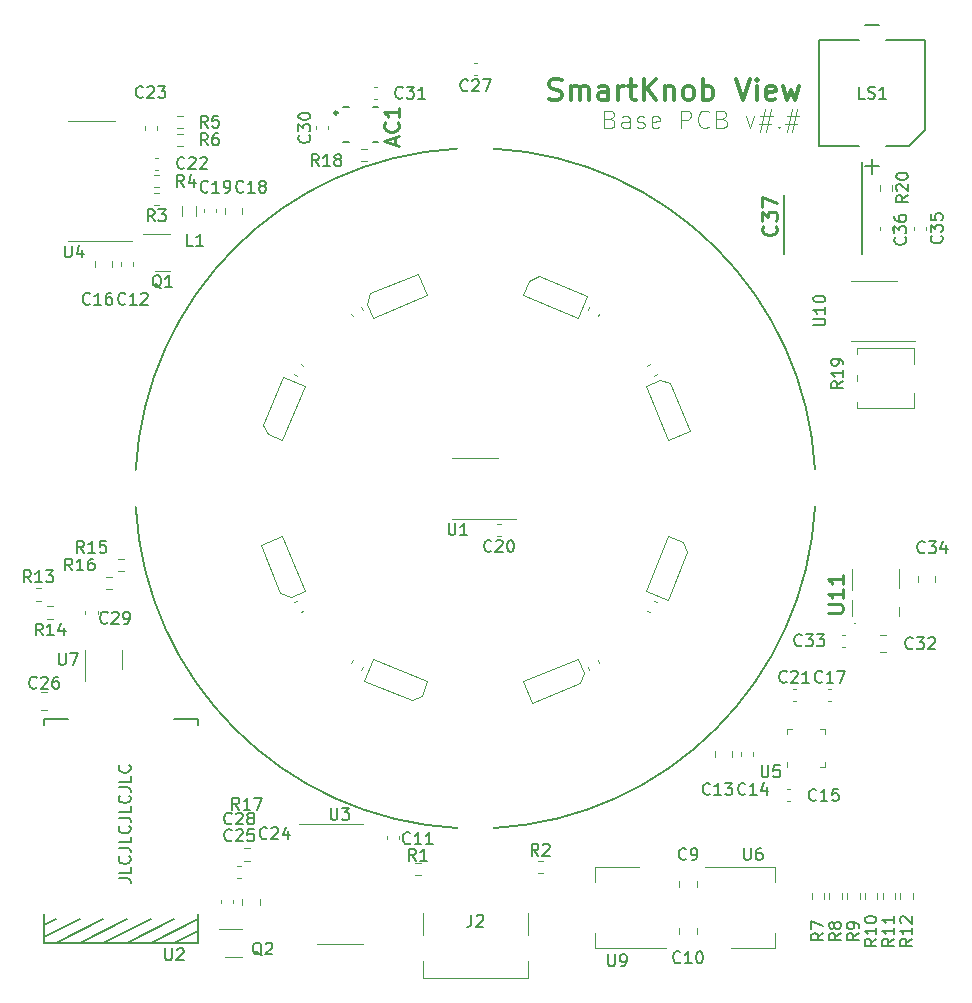
<source format=gbr>
%TF.GenerationSoftware,KiCad,Pcbnew,(6.0.10)*%
%TF.CreationDate,2023-01-22T12:58:48+02:00*%
%TF.ProjectId,view_base,76696577-5f62-4617-9365-2e6b69636164,rev?*%
%TF.SameCoordinates,Original*%
%TF.FileFunction,Legend,Top*%
%TF.FilePolarity,Positive*%
%FSLAX46Y46*%
G04 Gerber Fmt 4.6, Leading zero omitted, Abs format (unit mm)*
G04 Created by KiCad (PCBNEW (6.0.10)) date 2023-01-22 12:58:48*
%MOMM*%
%LPD*%
G01*
G04 APERTURE LIST*
%ADD10C,0.150000*%
%ADD11C,0.200000*%
%ADD12C,0.120000*%
%ADD13C,0.300000*%
%ADD14C,0.254000*%
%ADD15C,0.250000*%
%ADD16C,0.100000*%
%ADD17C,0.127000*%
G04 APERTURE END LIST*
D10*
X69810380Y-133016047D02*
X70524666Y-133016047D01*
X70667523Y-133063666D01*
X70762761Y-133158904D01*
X70810380Y-133301761D01*
X70810380Y-133397000D01*
X70810380Y-132063666D02*
X70810380Y-132539857D01*
X69810380Y-132539857D01*
X70715142Y-131158904D02*
X70762761Y-131206523D01*
X70810380Y-131349380D01*
X70810380Y-131444619D01*
X70762761Y-131587476D01*
X70667523Y-131682714D01*
X70572285Y-131730333D01*
X70381809Y-131777952D01*
X70238952Y-131777952D01*
X70048476Y-131730333D01*
X69953238Y-131682714D01*
X69858000Y-131587476D01*
X69810380Y-131444619D01*
X69810380Y-131349380D01*
X69858000Y-131206523D01*
X69905619Y-131158904D01*
X69810380Y-130444619D02*
X70524666Y-130444619D01*
X70667523Y-130492238D01*
X70762761Y-130587476D01*
X70810380Y-130730333D01*
X70810380Y-130825571D01*
X70810380Y-129492238D02*
X70810380Y-129968428D01*
X69810380Y-129968428D01*
X70715142Y-128587476D02*
X70762761Y-128635095D01*
X70810380Y-128777952D01*
X70810380Y-128873190D01*
X70762761Y-129016047D01*
X70667523Y-129111285D01*
X70572285Y-129158904D01*
X70381809Y-129206523D01*
X70238952Y-129206523D01*
X70048476Y-129158904D01*
X69953238Y-129111285D01*
X69858000Y-129016047D01*
X69810380Y-128873190D01*
X69810380Y-128777952D01*
X69858000Y-128635095D01*
X69905619Y-128587476D01*
X69810380Y-127873190D02*
X70524666Y-127873190D01*
X70667523Y-127920809D01*
X70762761Y-128016047D01*
X70810380Y-128158904D01*
X70810380Y-128254142D01*
X70810380Y-126920809D02*
X70810380Y-127397000D01*
X69810380Y-127397000D01*
X70715142Y-126016047D02*
X70762761Y-126063666D01*
X70810380Y-126206523D01*
X70810380Y-126301761D01*
X70762761Y-126444619D01*
X70667523Y-126539857D01*
X70572285Y-126587476D01*
X70381809Y-126635095D01*
X70238952Y-126635095D01*
X70048476Y-126587476D01*
X69953238Y-126539857D01*
X69858000Y-126444619D01*
X69810380Y-126301761D01*
X69810380Y-126206523D01*
X69858000Y-126063666D01*
X69905619Y-126016047D01*
X69810380Y-125301761D02*
X70524666Y-125301761D01*
X70667523Y-125349380D01*
X70762761Y-125444619D01*
X70810380Y-125587476D01*
X70810380Y-125682714D01*
X70810380Y-124349380D02*
X70810380Y-124825571D01*
X69810380Y-124825571D01*
X70715142Y-123444619D02*
X70762761Y-123492238D01*
X70810380Y-123635095D01*
X70810380Y-123730333D01*
X70762761Y-123873190D01*
X70667523Y-123968428D01*
X70572285Y-124016047D01*
X70381809Y-124063666D01*
X70238952Y-124063666D01*
X70048476Y-124016047D01*
X69953238Y-123968428D01*
X69858000Y-123873190D01*
X69810380Y-123730333D01*
X69810380Y-123635095D01*
X69858000Y-123492238D01*
X69905619Y-123444619D01*
D11*
X71242668Y-101567092D02*
G75*
G03*
X98452153Y-128758375I28757332J1567092D01*
G01*
X101567092Y-128757332D02*
G75*
G03*
X128758375Y-101547847I-1567092J28757332D01*
G01*
X128757332Y-98432908D02*
G75*
G03*
X101547847Y-71241625I-28757332J-1567092D01*
G01*
X98432908Y-71242668D02*
G75*
G03*
X71241625Y-98452153I1567092J-28757332D01*
G01*
D12*
X111414142Y-68726857D02*
X111628428Y-68798285D01*
X111699857Y-68869714D01*
X111771285Y-69012571D01*
X111771285Y-69226857D01*
X111699857Y-69369714D01*
X111628428Y-69441142D01*
X111485571Y-69512571D01*
X110914142Y-69512571D01*
X110914142Y-68012571D01*
X111414142Y-68012571D01*
X111557000Y-68084000D01*
X111628428Y-68155428D01*
X111699857Y-68298285D01*
X111699857Y-68441142D01*
X111628428Y-68584000D01*
X111557000Y-68655428D01*
X111414142Y-68726857D01*
X110914142Y-68726857D01*
X113057000Y-69512571D02*
X113057000Y-68726857D01*
X112985571Y-68584000D01*
X112842714Y-68512571D01*
X112557000Y-68512571D01*
X112414142Y-68584000D01*
X113057000Y-69441142D02*
X112914142Y-69512571D01*
X112557000Y-69512571D01*
X112414142Y-69441142D01*
X112342714Y-69298285D01*
X112342714Y-69155428D01*
X112414142Y-69012571D01*
X112557000Y-68941142D01*
X112914142Y-68941142D01*
X113057000Y-68869714D01*
X113699857Y-69441142D02*
X113842714Y-69512571D01*
X114128428Y-69512571D01*
X114271285Y-69441142D01*
X114342714Y-69298285D01*
X114342714Y-69226857D01*
X114271285Y-69084000D01*
X114128428Y-69012571D01*
X113914142Y-69012571D01*
X113771285Y-68941142D01*
X113699857Y-68798285D01*
X113699857Y-68726857D01*
X113771285Y-68584000D01*
X113914142Y-68512571D01*
X114128428Y-68512571D01*
X114271285Y-68584000D01*
X115557000Y-69441142D02*
X115414142Y-69512571D01*
X115128428Y-69512571D01*
X114985571Y-69441142D01*
X114914142Y-69298285D01*
X114914142Y-68726857D01*
X114985571Y-68584000D01*
X115128428Y-68512571D01*
X115414142Y-68512571D01*
X115557000Y-68584000D01*
X115628428Y-68726857D01*
X115628428Y-68869714D01*
X114914142Y-69012571D01*
X117414142Y-69512571D02*
X117414142Y-68012571D01*
X117985571Y-68012571D01*
X118128428Y-68084000D01*
X118199857Y-68155428D01*
X118271285Y-68298285D01*
X118271285Y-68512571D01*
X118199857Y-68655428D01*
X118128428Y-68726857D01*
X117985571Y-68798285D01*
X117414142Y-68798285D01*
X119771285Y-69369714D02*
X119699857Y-69441142D01*
X119485571Y-69512571D01*
X119342714Y-69512571D01*
X119128428Y-69441142D01*
X118985571Y-69298285D01*
X118914142Y-69155428D01*
X118842714Y-68869714D01*
X118842714Y-68655428D01*
X118914142Y-68369714D01*
X118985571Y-68226857D01*
X119128428Y-68084000D01*
X119342714Y-68012571D01*
X119485571Y-68012571D01*
X119699857Y-68084000D01*
X119771285Y-68155428D01*
X120914142Y-68726857D02*
X121128428Y-68798285D01*
X121199857Y-68869714D01*
X121271285Y-69012571D01*
X121271285Y-69226857D01*
X121199857Y-69369714D01*
X121128428Y-69441142D01*
X120985571Y-69512571D01*
X120414142Y-69512571D01*
X120414142Y-68012571D01*
X120914142Y-68012571D01*
X121057000Y-68084000D01*
X121128428Y-68155428D01*
X121199857Y-68298285D01*
X121199857Y-68441142D01*
X121128428Y-68584000D01*
X121057000Y-68655428D01*
X120914142Y-68726857D01*
X120414142Y-68726857D01*
X122914142Y-68512571D02*
X123271285Y-69512571D01*
X123628428Y-68512571D01*
X124128428Y-68512571D02*
X125199857Y-68512571D01*
X124557000Y-67869714D02*
X124128428Y-69798285D01*
X125057000Y-69155428D02*
X123985571Y-69155428D01*
X124628428Y-69798285D02*
X125057000Y-67869714D01*
X125699857Y-69369714D02*
X125771285Y-69441142D01*
X125699857Y-69512571D01*
X125628428Y-69441142D01*
X125699857Y-69369714D01*
X125699857Y-69512571D01*
X126342714Y-68512571D02*
X127414142Y-68512571D01*
X126771285Y-67869714D02*
X126342714Y-69798285D01*
X127271285Y-69155428D02*
X126199857Y-69155428D01*
X126842714Y-69798285D02*
X127271285Y-67869714D01*
D13*
X106265428Y-67022571D02*
X106522571Y-67108285D01*
X106951142Y-67108285D01*
X107122571Y-67022571D01*
X107208285Y-66936857D01*
X107294000Y-66765428D01*
X107294000Y-66594000D01*
X107208285Y-66422571D01*
X107122571Y-66336857D01*
X106951142Y-66251142D01*
X106608285Y-66165428D01*
X106436857Y-66079714D01*
X106351142Y-65994000D01*
X106265428Y-65822571D01*
X106265428Y-65651142D01*
X106351142Y-65479714D01*
X106436857Y-65394000D01*
X106608285Y-65308285D01*
X107036857Y-65308285D01*
X107294000Y-65394000D01*
X108065428Y-67108285D02*
X108065428Y-65908285D01*
X108065428Y-66079714D02*
X108151142Y-65994000D01*
X108322571Y-65908285D01*
X108579714Y-65908285D01*
X108751142Y-65994000D01*
X108836857Y-66165428D01*
X108836857Y-67108285D01*
X108836857Y-66165428D02*
X108922571Y-65994000D01*
X109094000Y-65908285D01*
X109351142Y-65908285D01*
X109522571Y-65994000D01*
X109608285Y-66165428D01*
X109608285Y-67108285D01*
X111236857Y-67108285D02*
X111236857Y-66165428D01*
X111151142Y-65994000D01*
X110979714Y-65908285D01*
X110636857Y-65908285D01*
X110465428Y-65994000D01*
X111236857Y-67022571D02*
X111065428Y-67108285D01*
X110636857Y-67108285D01*
X110465428Y-67022571D01*
X110379714Y-66851142D01*
X110379714Y-66679714D01*
X110465428Y-66508285D01*
X110636857Y-66422571D01*
X111065428Y-66422571D01*
X111236857Y-66336857D01*
X112094000Y-67108285D02*
X112094000Y-65908285D01*
X112094000Y-66251142D02*
X112179714Y-66079714D01*
X112265428Y-65994000D01*
X112436857Y-65908285D01*
X112608285Y-65908285D01*
X112951142Y-65908285D02*
X113636857Y-65908285D01*
X113208285Y-65308285D02*
X113208285Y-66851142D01*
X113294000Y-67022571D01*
X113465428Y-67108285D01*
X113636857Y-67108285D01*
X114236857Y-67108285D02*
X114236857Y-65308285D01*
X115265428Y-67108285D02*
X114494000Y-66079714D01*
X115265428Y-65308285D02*
X114236857Y-66336857D01*
X116036857Y-65908285D02*
X116036857Y-67108285D01*
X116036857Y-66079714D02*
X116122571Y-65994000D01*
X116294000Y-65908285D01*
X116551142Y-65908285D01*
X116722571Y-65994000D01*
X116808285Y-66165428D01*
X116808285Y-67108285D01*
X117922571Y-67108285D02*
X117751142Y-67022571D01*
X117665428Y-66936857D01*
X117579714Y-66765428D01*
X117579714Y-66251142D01*
X117665428Y-66079714D01*
X117751142Y-65994000D01*
X117922571Y-65908285D01*
X118179714Y-65908285D01*
X118351142Y-65994000D01*
X118436857Y-66079714D01*
X118522571Y-66251142D01*
X118522571Y-66765428D01*
X118436857Y-66936857D01*
X118351142Y-67022571D01*
X118179714Y-67108285D01*
X117922571Y-67108285D01*
X119294000Y-67108285D02*
X119294000Y-65308285D01*
X119294000Y-65994000D02*
X119465428Y-65908285D01*
X119808285Y-65908285D01*
X119979714Y-65994000D01*
X120065428Y-66079714D01*
X120151142Y-66251142D01*
X120151142Y-66765428D01*
X120065428Y-66936857D01*
X119979714Y-67022571D01*
X119808285Y-67108285D01*
X119465428Y-67108285D01*
X119294000Y-67022571D01*
X122036857Y-65308285D02*
X122636857Y-67108285D01*
X123236857Y-65308285D01*
X123836857Y-67108285D02*
X123836857Y-65908285D01*
X123836857Y-65308285D02*
X123751142Y-65394000D01*
X123836857Y-65479714D01*
X123922571Y-65394000D01*
X123836857Y-65308285D01*
X123836857Y-65479714D01*
X125379714Y-67022571D02*
X125208285Y-67108285D01*
X124865428Y-67108285D01*
X124694000Y-67022571D01*
X124608285Y-66851142D01*
X124608285Y-66165428D01*
X124694000Y-65994000D01*
X124865428Y-65908285D01*
X125208285Y-65908285D01*
X125379714Y-65994000D01*
X125465428Y-66165428D01*
X125465428Y-66336857D01*
X124608285Y-66508285D01*
X126065428Y-65908285D02*
X126408285Y-67108285D01*
X126751142Y-66251142D01*
X127094000Y-67108285D01*
X127436857Y-65908285D01*
D14*
%TO.C,C37*%
X125421571Y-77778428D02*
X125482047Y-77838904D01*
X125542523Y-78020333D01*
X125542523Y-78141285D01*
X125482047Y-78322714D01*
X125361095Y-78443666D01*
X125240142Y-78504142D01*
X124998238Y-78564619D01*
X124816809Y-78564619D01*
X124574904Y-78504142D01*
X124453952Y-78443666D01*
X124333000Y-78322714D01*
X124272523Y-78141285D01*
X124272523Y-78020333D01*
X124333000Y-77838904D01*
X124393476Y-77778428D01*
X124272523Y-77355095D02*
X124272523Y-76568904D01*
X124756333Y-76992238D01*
X124756333Y-76810809D01*
X124816809Y-76689857D01*
X124877285Y-76629380D01*
X124998238Y-76568904D01*
X125300619Y-76568904D01*
X125421571Y-76629380D01*
X125482047Y-76689857D01*
X125542523Y-76810809D01*
X125542523Y-77173666D01*
X125482047Y-77294619D01*
X125421571Y-77355095D01*
X124272523Y-76145571D02*
X124272523Y-75298904D01*
X125542523Y-75843190D01*
%TO.C,AC1*%
X93175666Y-70884142D02*
X93175666Y-70279380D01*
X93538523Y-71005095D02*
X92268523Y-70581761D01*
X93538523Y-70158428D01*
X93417571Y-69009380D02*
X93478047Y-69069857D01*
X93538523Y-69251285D01*
X93538523Y-69372238D01*
X93478047Y-69553666D01*
X93357095Y-69674619D01*
X93236142Y-69735095D01*
X92994238Y-69795571D01*
X92812809Y-69795571D01*
X92570904Y-69735095D01*
X92449952Y-69674619D01*
X92329000Y-69553666D01*
X92268523Y-69372238D01*
X92268523Y-69251285D01*
X92329000Y-69069857D01*
X92389476Y-69009380D01*
X93538523Y-67799857D02*
X93538523Y-68525571D01*
X93538523Y-68162714D02*
X92268523Y-68162714D01*
X92449952Y-68283666D01*
X92570904Y-68404619D01*
X92631380Y-68525571D01*
%TO.C,U11*%
X129860523Y-110538380D02*
X130888619Y-110538380D01*
X131009571Y-110477904D01*
X131070047Y-110417428D01*
X131130523Y-110296476D01*
X131130523Y-110054571D01*
X131070047Y-109933619D01*
X131009571Y-109873142D01*
X130888619Y-109812666D01*
X129860523Y-109812666D01*
X131130523Y-108542666D02*
X131130523Y-109268380D01*
X131130523Y-108905523D02*
X129860523Y-108905523D01*
X130041952Y-109026476D01*
X130162904Y-109147428D01*
X130223380Y-109268380D01*
X131130523Y-107333142D02*
X131130523Y-108058857D01*
X131130523Y-107696000D02*
X129860523Y-107696000D01*
X130041952Y-107816952D01*
X130162904Y-107937904D01*
X130223380Y-108058857D01*
D10*
%TO.C,LS1*%
X132961142Y-67000380D02*
X132484952Y-67000380D01*
X132484952Y-66000380D01*
X133246857Y-66952761D02*
X133389714Y-67000380D01*
X133627809Y-67000380D01*
X133723047Y-66952761D01*
X133770666Y-66905142D01*
X133818285Y-66809904D01*
X133818285Y-66714666D01*
X133770666Y-66619428D01*
X133723047Y-66571809D01*
X133627809Y-66524190D01*
X133437333Y-66476571D01*
X133342095Y-66428952D01*
X133294476Y-66381333D01*
X133246857Y-66286095D01*
X133246857Y-66190857D01*
X133294476Y-66095619D01*
X133342095Y-66048000D01*
X133437333Y-66000380D01*
X133675428Y-66000380D01*
X133818285Y-66048000D01*
X134770666Y-67000380D02*
X134199238Y-67000380D01*
X134484952Y-67000380D02*
X134484952Y-66000380D01*
X134389714Y-66143238D01*
X134294476Y-66238476D01*
X134199238Y-66286095D01*
%TO.C,R19*%
X131135380Y-90939857D02*
X130659190Y-91273190D01*
X131135380Y-91511285D02*
X130135380Y-91511285D01*
X130135380Y-91130333D01*
X130183000Y-91035095D01*
X130230619Y-90987476D01*
X130325857Y-90939857D01*
X130468714Y-90939857D01*
X130563952Y-90987476D01*
X130611571Y-91035095D01*
X130659190Y-91130333D01*
X130659190Y-91511285D01*
X131135380Y-89987476D02*
X131135380Y-90558904D01*
X131135380Y-90273190D02*
X130135380Y-90273190D01*
X130278238Y-90368428D01*
X130373476Y-90463666D01*
X130421095Y-90558904D01*
X131135380Y-89511285D02*
X131135380Y-89320809D01*
X131087761Y-89225571D01*
X131040142Y-89177952D01*
X130897285Y-89082714D01*
X130706809Y-89035095D01*
X130325857Y-89035095D01*
X130230619Y-89082714D01*
X130183000Y-89130333D01*
X130135380Y-89225571D01*
X130135380Y-89416047D01*
X130183000Y-89511285D01*
X130230619Y-89558904D01*
X130325857Y-89606523D01*
X130563952Y-89606523D01*
X130659190Y-89558904D01*
X130706809Y-89511285D01*
X130754428Y-89416047D01*
X130754428Y-89225571D01*
X130706809Y-89130333D01*
X130659190Y-89082714D01*
X130563952Y-89035095D01*
%TO.C,C35*%
X139455142Y-78620857D02*
X139502761Y-78668476D01*
X139550380Y-78811333D01*
X139550380Y-78906571D01*
X139502761Y-79049428D01*
X139407523Y-79144666D01*
X139312285Y-79192285D01*
X139121809Y-79239904D01*
X138978952Y-79239904D01*
X138788476Y-79192285D01*
X138693238Y-79144666D01*
X138598000Y-79049428D01*
X138550380Y-78906571D01*
X138550380Y-78811333D01*
X138598000Y-78668476D01*
X138645619Y-78620857D01*
X138550380Y-78287523D02*
X138550380Y-77668476D01*
X138931333Y-78001809D01*
X138931333Y-77858952D01*
X138978952Y-77763714D01*
X139026571Y-77716095D01*
X139121809Y-77668476D01*
X139359904Y-77668476D01*
X139455142Y-77716095D01*
X139502761Y-77763714D01*
X139550380Y-77858952D01*
X139550380Y-78144666D01*
X139502761Y-78239904D01*
X139455142Y-78287523D01*
X138550380Y-76763714D02*
X138550380Y-77239904D01*
X139026571Y-77287523D01*
X138978952Y-77239904D01*
X138931333Y-77144666D01*
X138931333Y-76906571D01*
X138978952Y-76811333D01*
X139026571Y-76763714D01*
X139121809Y-76716095D01*
X139359904Y-76716095D01*
X139455142Y-76763714D01*
X139502761Y-76811333D01*
X139550380Y-76906571D01*
X139550380Y-77144666D01*
X139502761Y-77239904D01*
X139455142Y-77287523D01*
%TO.C,C36*%
X136374142Y-78747857D02*
X136421761Y-78795476D01*
X136469380Y-78938333D01*
X136469380Y-79033571D01*
X136421761Y-79176428D01*
X136326523Y-79271666D01*
X136231285Y-79319285D01*
X136040809Y-79366904D01*
X135897952Y-79366904D01*
X135707476Y-79319285D01*
X135612238Y-79271666D01*
X135517000Y-79176428D01*
X135469380Y-79033571D01*
X135469380Y-78938333D01*
X135517000Y-78795476D01*
X135564619Y-78747857D01*
X135469380Y-78414523D02*
X135469380Y-77795476D01*
X135850333Y-78128809D01*
X135850333Y-77985952D01*
X135897952Y-77890714D01*
X135945571Y-77843095D01*
X136040809Y-77795476D01*
X136278904Y-77795476D01*
X136374142Y-77843095D01*
X136421761Y-77890714D01*
X136469380Y-77985952D01*
X136469380Y-78271666D01*
X136421761Y-78366904D01*
X136374142Y-78414523D01*
X135469380Y-76938333D02*
X135469380Y-77128809D01*
X135517000Y-77224047D01*
X135564619Y-77271666D01*
X135707476Y-77366904D01*
X135897952Y-77414523D01*
X136278904Y-77414523D01*
X136374142Y-77366904D01*
X136421761Y-77319285D01*
X136469380Y-77224047D01*
X136469380Y-77033571D01*
X136421761Y-76938333D01*
X136374142Y-76890714D01*
X136278904Y-76843095D01*
X136040809Y-76843095D01*
X135945571Y-76890714D01*
X135897952Y-76938333D01*
X135850333Y-77033571D01*
X135850333Y-77224047D01*
X135897952Y-77319285D01*
X135945571Y-77366904D01*
X136040809Y-77414523D01*
%TO.C,U10*%
X128611380Y-86201095D02*
X129420904Y-86201095D01*
X129516142Y-86153476D01*
X129563761Y-86105857D01*
X129611380Y-86010619D01*
X129611380Y-85820142D01*
X129563761Y-85724904D01*
X129516142Y-85677285D01*
X129420904Y-85629666D01*
X128611380Y-85629666D01*
X129611380Y-84629666D02*
X129611380Y-85201095D01*
X129611380Y-84915380D02*
X128611380Y-84915380D01*
X128754238Y-85010619D01*
X128849476Y-85105857D01*
X128897095Y-85201095D01*
X128611380Y-84010619D02*
X128611380Y-83915380D01*
X128659000Y-83820142D01*
X128706619Y-83772523D01*
X128801857Y-83724904D01*
X128992333Y-83677285D01*
X129230428Y-83677285D01*
X129420904Y-83724904D01*
X129516142Y-83772523D01*
X129563761Y-83820142D01*
X129611380Y-83915380D01*
X129611380Y-84010619D01*
X129563761Y-84105857D01*
X129516142Y-84153476D01*
X129420904Y-84201095D01*
X129230428Y-84248714D01*
X128992333Y-84248714D01*
X128801857Y-84201095D01*
X128706619Y-84153476D01*
X128659000Y-84105857D01*
X128611380Y-84010619D01*
%TO.C,R20*%
X136629380Y-75191857D02*
X136153190Y-75525190D01*
X136629380Y-75763285D02*
X135629380Y-75763285D01*
X135629380Y-75382333D01*
X135677000Y-75287095D01*
X135724619Y-75239476D01*
X135819857Y-75191857D01*
X135962714Y-75191857D01*
X136057952Y-75239476D01*
X136105571Y-75287095D01*
X136153190Y-75382333D01*
X136153190Y-75763285D01*
X135724619Y-74810904D02*
X135677000Y-74763285D01*
X135629380Y-74668047D01*
X135629380Y-74429952D01*
X135677000Y-74334714D01*
X135724619Y-74287095D01*
X135819857Y-74239476D01*
X135915095Y-74239476D01*
X136057952Y-74287095D01*
X136629380Y-74858523D01*
X136629380Y-74239476D01*
X135629380Y-73620428D02*
X135629380Y-73525190D01*
X135677000Y-73429952D01*
X135724619Y-73382333D01*
X135819857Y-73334714D01*
X136010333Y-73287095D01*
X136248428Y-73287095D01*
X136438904Y-73334714D01*
X136534142Y-73382333D01*
X136581761Y-73429952D01*
X136629380Y-73525190D01*
X136629380Y-73620428D01*
X136581761Y-73715666D01*
X136534142Y-73763285D01*
X136438904Y-73810904D01*
X136248428Y-73858523D01*
X136010333Y-73858523D01*
X135819857Y-73810904D01*
X135724619Y-73763285D01*
X135677000Y-73715666D01*
X135629380Y-73620428D01*
%TO.C,J2*%
X99666666Y-136104380D02*
X99666666Y-136818666D01*
X99619047Y-136961523D01*
X99523809Y-137056761D01*
X99380952Y-137104380D01*
X99285714Y-137104380D01*
X100095238Y-136199619D02*
X100142857Y-136152000D01*
X100238095Y-136104380D01*
X100476190Y-136104380D01*
X100571428Y-136152000D01*
X100619047Y-136199619D01*
X100666666Y-136294857D01*
X100666666Y-136390095D01*
X100619047Y-136532952D01*
X100047619Y-137104380D01*
X100666666Y-137104380D01*
%TO.C,C30*%
X85922142Y-70111857D02*
X85969761Y-70159476D01*
X86017380Y-70302333D01*
X86017380Y-70397571D01*
X85969761Y-70540428D01*
X85874523Y-70635666D01*
X85779285Y-70683285D01*
X85588809Y-70730904D01*
X85445952Y-70730904D01*
X85255476Y-70683285D01*
X85160238Y-70635666D01*
X85065000Y-70540428D01*
X85017380Y-70397571D01*
X85017380Y-70302333D01*
X85065000Y-70159476D01*
X85112619Y-70111857D01*
X85017380Y-69778523D02*
X85017380Y-69159476D01*
X85398333Y-69492809D01*
X85398333Y-69349952D01*
X85445952Y-69254714D01*
X85493571Y-69207095D01*
X85588809Y-69159476D01*
X85826904Y-69159476D01*
X85922142Y-69207095D01*
X85969761Y-69254714D01*
X86017380Y-69349952D01*
X86017380Y-69635666D01*
X85969761Y-69730904D01*
X85922142Y-69778523D01*
X85017380Y-68540428D02*
X85017380Y-68445190D01*
X85065000Y-68349952D01*
X85112619Y-68302333D01*
X85207857Y-68254714D01*
X85398333Y-68207095D01*
X85636428Y-68207095D01*
X85826904Y-68254714D01*
X85922142Y-68302333D01*
X85969761Y-68349952D01*
X86017380Y-68445190D01*
X86017380Y-68540428D01*
X85969761Y-68635666D01*
X85922142Y-68683285D01*
X85826904Y-68730904D01*
X85636428Y-68778523D01*
X85398333Y-68778523D01*
X85207857Y-68730904D01*
X85112619Y-68683285D01*
X85065000Y-68635666D01*
X85017380Y-68540428D01*
%TO.C,C31*%
X93845142Y-66905142D02*
X93797523Y-66952761D01*
X93654666Y-67000380D01*
X93559428Y-67000380D01*
X93416571Y-66952761D01*
X93321333Y-66857523D01*
X93273714Y-66762285D01*
X93226095Y-66571809D01*
X93226095Y-66428952D01*
X93273714Y-66238476D01*
X93321333Y-66143238D01*
X93416571Y-66048000D01*
X93559428Y-66000380D01*
X93654666Y-66000380D01*
X93797523Y-66048000D01*
X93845142Y-66095619D01*
X94178476Y-66000380D02*
X94797523Y-66000380D01*
X94464190Y-66381333D01*
X94607047Y-66381333D01*
X94702285Y-66428952D01*
X94749904Y-66476571D01*
X94797523Y-66571809D01*
X94797523Y-66809904D01*
X94749904Y-66905142D01*
X94702285Y-66952761D01*
X94607047Y-67000380D01*
X94321333Y-67000380D01*
X94226095Y-66952761D01*
X94178476Y-66905142D01*
X95749904Y-67000380D02*
X95178476Y-67000380D01*
X95464190Y-67000380D02*
X95464190Y-66000380D01*
X95368952Y-66143238D01*
X95273714Y-66238476D01*
X95178476Y-66286095D01*
%TO.C,C33*%
X127627142Y-113260142D02*
X127579523Y-113307761D01*
X127436666Y-113355380D01*
X127341428Y-113355380D01*
X127198571Y-113307761D01*
X127103333Y-113212523D01*
X127055714Y-113117285D01*
X127008095Y-112926809D01*
X127008095Y-112783952D01*
X127055714Y-112593476D01*
X127103333Y-112498238D01*
X127198571Y-112403000D01*
X127341428Y-112355380D01*
X127436666Y-112355380D01*
X127579523Y-112403000D01*
X127627142Y-112450619D01*
X127960476Y-112355380D02*
X128579523Y-112355380D01*
X128246190Y-112736333D01*
X128389047Y-112736333D01*
X128484285Y-112783952D01*
X128531904Y-112831571D01*
X128579523Y-112926809D01*
X128579523Y-113164904D01*
X128531904Y-113260142D01*
X128484285Y-113307761D01*
X128389047Y-113355380D01*
X128103333Y-113355380D01*
X128008095Y-113307761D01*
X127960476Y-113260142D01*
X128912857Y-112355380D02*
X129531904Y-112355380D01*
X129198571Y-112736333D01*
X129341428Y-112736333D01*
X129436666Y-112783952D01*
X129484285Y-112831571D01*
X129531904Y-112926809D01*
X129531904Y-113164904D01*
X129484285Y-113260142D01*
X129436666Y-113307761D01*
X129341428Y-113355380D01*
X129055714Y-113355380D01*
X128960476Y-113307761D01*
X128912857Y-113260142D01*
%TO.C,C32*%
X137025142Y-113514142D02*
X136977523Y-113561761D01*
X136834666Y-113609380D01*
X136739428Y-113609380D01*
X136596571Y-113561761D01*
X136501333Y-113466523D01*
X136453714Y-113371285D01*
X136406095Y-113180809D01*
X136406095Y-113037952D01*
X136453714Y-112847476D01*
X136501333Y-112752238D01*
X136596571Y-112657000D01*
X136739428Y-112609380D01*
X136834666Y-112609380D01*
X136977523Y-112657000D01*
X137025142Y-112704619D01*
X137358476Y-112609380D02*
X137977523Y-112609380D01*
X137644190Y-112990333D01*
X137787047Y-112990333D01*
X137882285Y-113037952D01*
X137929904Y-113085571D01*
X137977523Y-113180809D01*
X137977523Y-113418904D01*
X137929904Y-113514142D01*
X137882285Y-113561761D01*
X137787047Y-113609380D01*
X137501333Y-113609380D01*
X137406095Y-113561761D01*
X137358476Y-113514142D01*
X138358476Y-112704619D02*
X138406095Y-112657000D01*
X138501333Y-112609380D01*
X138739428Y-112609380D01*
X138834666Y-112657000D01*
X138882285Y-112704619D01*
X138929904Y-112799857D01*
X138929904Y-112895095D01*
X138882285Y-113037952D01*
X138310857Y-113609380D01*
X138929904Y-113609380D01*
%TO.C,C34*%
X138041142Y-105386142D02*
X137993523Y-105433761D01*
X137850666Y-105481380D01*
X137755428Y-105481380D01*
X137612571Y-105433761D01*
X137517333Y-105338523D01*
X137469714Y-105243285D01*
X137422095Y-105052809D01*
X137422095Y-104909952D01*
X137469714Y-104719476D01*
X137517333Y-104624238D01*
X137612571Y-104529000D01*
X137755428Y-104481380D01*
X137850666Y-104481380D01*
X137993523Y-104529000D01*
X138041142Y-104576619D01*
X138374476Y-104481380D02*
X138993523Y-104481380D01*
X138660190Y-104862333D01*
X138803047Y-104862333D01*
X138898285Y-104909952D01*
X138945904Y-104957571D01*
X138993523Y-105052809D01*
X138993523Y-105290904D01*
X138945904Y-105386142D01*
X138898285Y-105433761D01*
X138803047Y-105481380D01*
X138517333Y-105481380D01*
X138422095Y-105433761D01*
X138374476Y-105386142D01*
X139850666Y-104814714D02*
X139850666Y-105481380D01*
X139612571Y-104433761D02*
X139374476Y-105148047D01*
X139993523Y-105148047D01*
%TO.C,U9*%
X111238095Y-139452380D02*
X111238095Y-140261904D01*
X111285714Y-140357142D01*
X111333333Y-140404761D01*
X111428571Y-140452380D01*
X111619047Y-140452380D01*
X111714285Y-140404761D01*
X111761904Y-140357142D01*
X111809523Y-140261904D01*
X111809523Y-139452380D01*
X112333333Y-140452380D02*
X112523809Y-140452380D01*
X112619047Y-140404761D01*
X112666666Y-140357142D01*
X112761904Y-140214285D01*
X112809523Y-140023809D01*
X112809523Y-139642857D01*
X112761904Y-139547619D01*
X112714285Y-139500000D01*
X112619047Y-139452380D01*
X112428571Y-139452380D01*
X112333333Y-139500000D01*
X112285714Y-139547619D01*
X112238095Y-139642857D01*
X112238095Y-139880952D01*
X112285714Y-139976190D01*
X112333333Y-140023809D01*
X112428571Y-140071428D01*
X112619047Y-140071428D01*
X112714285Y-140023809D01*
X112761904Y-139976190D01*
X112809523Y-139880952D01*
%TO.C,U6*%
X122738095Y-130452380D02*
X122738095Y-131261904D01*
X122785714Y-131357142D01*
X122833333Y-131404761D01*
X122928571Y-131452380D01*
X123119047Y-131452380D01*
X123214285Y-131404761D01*
X123261904Y-131357142D01*
X123309523Y-131261904D01*
X123309523Y-130452380D01*
X124214285Y-130452380D02*
X124023809Y-130452380D01*
X123928571Y-130500000D01*
X123880952Y-130547619D01*
X123785714Y-130690476D01*
X123738095Y-130880952D01*
X123738095Y-131261904D01*
X123785714Y-131357142D01*
X123833333Y-131404761D01*
X123928571Y-131452380D01*
X124119047Y-131452380D01*
X124214285Y-131404761D01*
X124261904Y-131357142D01*
X124309523Y-131261904D01*
X124309523Y-131023809D01*
X124261904Y-130928571D01*
X124214285Y-130880952D01*
X124119047Y-130833333D01*
X123928571Y-130833333D01*
X123833333Y-130880952D01*
X123785714Y-130928571D01*
X123738095Y-131023809D01*
%TO.C,R18*%
X86733142Y-72715380D02*
X86399809Y-72239190D01*
X86161714Y-72715380D02*
X86161714Y-71715380D01*
X86542666Y-71715380D01*
X86637904Y-71763000D01*
X86685523Y-71810619D01*
X86733142Y-71905857D01*
X86733142Y-72048714D01*
X86685523Y-72143952D01*
X86637904Y-72191571D01*
X86542666Y-72239190D01*
X86161714Y-72239190D01*
X87685523Y-72715380D02*
X87114095Y-72715380D01*
X87399809Y-72715380D02*
X87399809Y-71715380D01*
X87304571Y-71858238D01*
X87209333Y-71953476D01*
X87114095Y-72001095D01*
X88256952Y-72143952D02*
X88161714Y-72096333D01*
X88114095Y-72048714D01*
X88066476Y-71953476D01*
X88066476Y-71905857D01*
X88114095Y-71810619D01*
X88161714Y-71763000D01*
X88256952Y-71715380D01*
X88447428Y-71715380D01*
X88542666Y-71763000D01*
X88590285Y-71810619D01*
X88637904Y-71905857D01*
X88637904Y-71953476D01*
X88590285Y-72048714D01*
X88542666Y-72096333D01*
X88447428Y-72143952D01*
X88256952Y-72143952D01*
X88161714Y-72191571D01*
X88114095Y-72239190D01*
X88066476Y-72334428D01*
X88066476Y-72524904D01*
X88114095Y-72620142D01*
X88161714Y-72667761D01*
X88256952Y-72715380D01*
X88447428Y-72715380D01*
X88542666Y-72667761D01*
X88590285Y-72620142D01*
X88637904Y-72524904D01*
X88637904Y-72334428D01*
X88590285Y-72239190D01*
X88542666Y-72191571D01*
X88447428Y-72143952D01*
%TO.C,R1*%
X94956333Y-131516380D02*
X94623000Y-131040190D01*
X94384904Y-131516380D02*
X94384904Y-130516380D01*
X94765857Y-130516380D01*
X94861095Y-130564000D01*
X94908714Y-130611619D01*
X94956333Y-130706857D01*
X94956333Y-130849714D01*
X94908714Y-130944952D01*
X94861095Y-130992571D01*
X94765857Y-131040190D01*
X94384904Y-131040190D01*
X95908714Y-131516380D02*
X95337285Y-131516380D01*
X95623000Y-131516380D02*
X95623000Y-130516380D01*
X95527761Y-130659238D01*
X95432523Y-130754476D01*
X95337285Y-130802095D01*
%TO.C,R2*%
X105333333Y-131102380D02*
X105000000Y-130626190D01*
X104761904Y-131102380D02*
X104761904Y-130102380D01*
X105142857Y-130102380D01*
X105238095Y-130150000D01*
X105285714Y-130197619D01*
X105333333Y-130292857D01*
X105333333Y-130435714D01*
X105285714Y-130530952D01*
X105238095Y-130578571D01*
X105142857Y-130626190D01*
X104761904Y-130626190D01*
X105714285Y-130197619D02*
X105761904Y-130150000D01*
X105857142Y-130102380D01*
X106095238Y-130102380D01*
X106190476Y-130150000D01*
X106238095Y-130197619D01*
X106285714Y-130292857D01*
X106285714Y-130388095D01*
X106238095Y-130530952D01*
X105666666Y-131102380D01*
X106285714Y-131102380D01*
%TO.C,U2*%
X73738095Y-138952380D02*
X73738095Y-139761904D01*
X73785714Y-139857142D01*
X73833333Y-139904761D01*
X73928571Y-139952380D01*
X74119047Y-139952380D01*
X74214285Y-139904761D01*
X74261904Y-139857142D01*
X74309523Y-139761904D01*
X74309523Y-138952380D01*
X74738095Y-139047619D02*
X74785714Y-139000000D01*
X74880952Y-138952380D01*
X75119047Y-138952380D01*
X75214285Y-139000000D01*
X75261904Y-139047619D01*
X75309523Y-139142857D01*
X75309523Y-139238095D01*
X75261904Y-139380952D01*
X74690476Y-139952380D01*
X75309523Y-139952380D01*
%TO.C,C11*%
X94480142Y-130024142D02*
X94432523Y-130071761D01*
X94289666Y-130119380D01*
X94194428Y-130119380D01*
X94051571Y-130071761D01*
X93956333Y-129976523D01*
X93908714Y-129881285D01*
X93861095Y-129690809D01*
X93861095Y-129547952D01*
X93908714Y-129357476D01*
X93956333Y-129262238D01*
X94051571Y-129167000D01*
X94194428Y-129119380D01*
X94289666Y-129119380D01*
X94432523Y-129167000D01*
X94480142Y-129214619D01*
X95432523Y-130119380D02*
X94861095Y-130119380D01*
X95146809Y-130119380D02*
X95146809Y-129119380D01*
X95051571Y-129262238D01*
X94956333Y-129357476D01*
X94861095Y-129405095D01*
X96384904Y-130119380D02*
X95813476Y-130119380D01*
X96099190Y-130119380D02*
X96099190Y-129119380D01*
X96003952Y-129262238D01*
X95908714Y-129357476D01*
X95813476Y-129405095D01*
%TO.C,C13*%
X119857142Y-125857142D02*
X119809523Y-125904761D01*
X119666666Y-125952380D01*
X119571428Y-125952380D01*
X119428571Y-125904761D01*
X119333333Y-125809523D01*
X119285714Y-125714285D01*
X119238095Y-125523809D01*
X119238095Y-125380952D01*
X119285714Y-125190476D01*
X119333333Y-125095238D01*
X119428571Y-125000000D01*
X119571428Y-124952380D01*
X119666666Y-124952380D01*
X119809523Y-125000000D01*
X119857142Y-125047619D01*
X120809523Y-125952380D02*
X120238095Y-125952380D01*
X120523809Y-125952380D02*
X120523809Y-124952380D01*
X120428571Y-125095238D01*
X120333333Y-125190476D01*
X120238095Y-125238095D01*
X121142857Y-124952380D02*
X121761904Y-124952380D01*
X121428571Y-125333333D01*
X121571428Y-125333333D01*
X121666666Y-125380952D01*
X121714285Y-125428571D01*
X121761904Y-125523809D01*
X121761904Y-125761904D01*
X121714285Y-125857142D01*
X121666666Y-125904761D01*
X121571428Y-125952380D01*
X121285714Y-125952380D01*
X121190476Y-125904761D01*
X121142857Y-125857142D01*
%TO.C,C14*%
X122857142Y-125857142D02*
X122809523Y-125904761D01*
X122666666Y-125952380D01*
X122571428Y-125952380D01*
X122428571Y-125904761D01*
X122333333Y-125809523D01*
X122285714Y-125714285D01*
X122238095Y-125523809D01*
X122238095Y-125380952D01*
X122285714Y-125190476D01*
X122333333Y-125095238D01*
X122428571Y-125000000D01*
X122571428Y-124952380D01*
X122666666Y-124952380D01*
X122809523Y-125000000D01*
X122857142Y-125047619D01*
X123809523Y-125952380D02*
X123238095Y-125952380D01*
X123523809Y-125952380D02*
X123523809Y-124952380D01*
X123428571Y-125095238D01*
X123333333Y-125190476D01*
X123238095Y-125238095D01*
X124666666Y-125285714D02*
X124666666Y-125952380D01*
X124428571Y-124904761D02*
X124190476Y-125619047D01*
X124809523Y-125619047D01*
%TO.C,C15*%
X128857142Y-126357142D02*
X128809523Y-126404761D01*
X128666666Y-126452380D01*
X128571428Y-126452380D01*
X128428571Y-126404761D01*
X128333333Y-126309523D01*
X128285714Y-126214285D01*
X128238095Y-126023809D01*
X128238095Y-125880952D01*
X128285714Y-125690476D01*
X128333333Y-125595238D01*
X128428571Y-125500000D01*
X128571428Y-125452380D01*
X128666666Y-125452380D01*
X128809523Y-125500000D01*
X128857142Y-125547619D01*
X129809523Y-126452380D02*
X129238095Y-126452380D01*
X129523809Y-126452380D02*
X129523809Y-125452380D01*
X129428571Y-125595238D01*
X129333333Y-125690476D01*
X129238095Y-125738095D01*
X130714285Y-125452380D02*
X130238095Y-125452380D01*
X130190476Y-125928571D01*
X130238095Y-125880952D01*
X130333333Y-125833333D01*
X130571428Y-125833333D01*
X130666666Y-125880952D01*
X130714285Y-125928571D01*
X130761904Y-126023809D01*
X130761904Y-126261904D01*
X130714285Y-126357142D01*
X130666666Y-126404761D01*
X130571428Y-126452380D01*
X130333333Y-126452380D01*
X130238095Y-126404761D01*
X130190476Y-126357142D01*
%TO.C,C16*%
X67357142Y-84357142D02*
X67309523Y-84404761D01*
X67166666Y-84452380D01*
X67071428Y-84452380D01*
X66928571Y-84404761D01*
X66833333Y-84309523D01*
X66785714Y-84214285D01*
X66738095Y-84023809D01*
X66738095Y-83880952D01*
X66785714Y-83690476D01*
X66833333Y-83595238D01*
X66928571Y-83500000D01*
X67071428Y-83452380D01*
X67166666Y-83452380D01*
X67309523Y-83500000D01*
X67357142Y-83547619D01*
X68309523Y-84452380D02*
X67738095Y-84452380D01*
X68023809Y-84452380D02*
X68023809Y-83452380D01*
X67928571Y-83595238D01*
X67833333Y-83690476D01*
X67738095Y-83738095D01*
X69166666Y-83452380D02*
X68976190Y-83452380D01*
X68880952Y-83500000D01*
X68833333Y-83547619D01*
X68738095Y-83690476D01*
X68690476Y-83880952D01*
X68690476Y-84261904D01*
X68738095Y-84357142D01*
X68785714Y-84404761D01*
X68880952Y-84452380D01*
X69071428Y-84452380D01*
X69166666Y-84404761D01*
X69214285Y-84357142D01*
X69261904Y-84261904D01*
X69261904Y-84023809D01*
X69214285Y-83928571D01*
X69166666Y-83880952D01*
X69071428Y-83833333D01*
X68880952Y-83833333D01*
X68785714Y-83880952D01*
X68738095Y-83928571D01*
X68690476Y-84023809D01*
%TO.C,C17*%
X129357142Y-116357142D02*
X129309523Y-116404761D01*
X129166666Y-116452380D01*
X129071428Y-116452380D01*
X128928571Y-116404761D01*
X128833333Y-116309523D01*
X128785714Y-116214285D01*
X128738095Y-116023809D01*
X128738095Y-115880952D01*
X128785714Y-115690476D01*
X128833333Y-115595238D01*
X128928571Y-115500000D01*
X129071428Y-115452380D01*
X129166666Y-115452380D01*
X129309523Y-115500000D01*
X129357142Y-115547619D01*
X130309523Y-116452380D02*
X129738095Y-116452380D01*
X130023809Y-116452380D02*
X130023809Y-115452380D01*
X129928571Y-115595238D01*
X129833333Y-115690476D01*
X129738095Y-115738095D01*
X130642857Y-115452380D02*
X131309523Y-115452380D01*
X130880952Y-116452380D01*
%TO.C,C18*%
X80357142Y-74857142D02*
X80309523Y-74904761D01*
X80166666Y-74952380D01*
X80071428Y-74952380D01*
X79928571Y-74904761D01*
X79833333Y-74809523D01*
X79785714Y-74714285D01*
X79738095Y-74523809D01*
X79738095Y-74380952D01*
X79785714Y-74190476D01*
X79833333Y-74095238D01*
X79928571Y-74000000D01*
X80071428Y-73952380D01*
X80166666Y-73952380D01*
X80309523Y-74000000D01*
X80357142Y-74047619D01*
X81309523Y-74952380D02*
X80738095Y-74952380D01*
X81023809Y-74952380D02*
X81023809Y-73952380D01*
X80928571Y-74095238D01*
X80833333Y-74190476D01*
X80738095Y-74238095D01*
X81880952Y-74380952D02*
X81785714Y-74333333D01*
X81738095Y-74285714D01*
X81690476Y-74190476D01*
X81690476Y-74142857D01*
X81738095Y-74047619D01*
X81785714Y-74000000D01*
X81880952Y-73952380D01*
X82071428Y-73952380D01*
X82166666Y-74000000D01*
X82214285Y-74047619D01*
X82261904Y-74142857D01*
X82261904Y-74190476D01*
X82214285Y-74285714D01*
X82166666Y-74333333D01*
X82071428Y-74380952D01*
X81880952Y-74380952D01*
X81785714Y-74428571D01*
X81738095Y-74476190D01*
X81690476Y-74571428D01*
X81690476Y-74761904D01*
X81738095Y-74857142D01*
X81785714Y-74904761D01*
X81880952Y-74952380D01*
X82071428Y-74952380D01*
X82166666Y-74904761D01*
X82214285Y-74857142D01*
X82261904Y-74761904D01*
X82261904Y-74571428D01*
X82214285Y-74476190D01*
X82166666Y-74428571D01*
X82071428Y-74380952D01*
%TO.C,C22*%
X75357142Y-72857142D02*
X75309523Y-72904761D01*
X75166666Y-72952380D01*
X75071428Y-72952380D01*
X74928571Y-72904761D01*
X74833333Y-72809523D01*
X74785714Y-72714285D01*
X74738095Y-72523809D01*
X74738095Y-72380952D01*
X74785714Y-72190476D01*
X74833333Y-72095238D01*
X74928571Y-72000000D01*
X75071428Y-71952380D01*
X75166666Y-71952380D01*
X75309523Y-72000000D01*
X75357142Y-72047619D01*
X75738095Y-72047619D02*
X75785714Y-72000000D01*
X75880952Y-71952380D01*
X76119047Y-71952380D01*
X76214285Y-72000000D01*
X76261904Y-72047619D01*
X76309523Y-72142857D01*
X76309523Y-72238095D01*
X76261904Y-72380952D01*
X75690476Y-72952380D01*
X76309523Y-72952380D01*
X76690476Y-72047619D02*
X76738095Y-72000000D01*
X76833333Y-71952380D01*
X77071428Y-71952380D01*
X77166666Y-72000000D01*
X77214285Y-72047619D01*
X77261904Y-72142857D01*
X77261904Y-72238095D01*
X77214285Y-72380952D01*
X76642857Y-72952380D01*
X77261904Y-72952380D01*
%TO.C,Q1*%
X73404761Y-83047619D02*
X73309523Y-83000000D01*
X73214285Y-82904761D01*
X73071428Y-82761904D01*
X72976190Y-82714285D01*
X72880952Y-82714285D01*
X72928571Y-82952380D02*
X72833333Y-82904761D01*
X72738095Y-82809523D01*
X72690476Y-82619047D01*
X72690476Y-82285714D01*
X72738095Y-82095238D01*
X72833333Y-82000000D01*
X72928571Y-81952380D01*
X73119047Y-81952380D01*
X73214285Y-82000000D01*
X73309523Y-82095238D01*
X73357142Y-82285714D01*
X73357142Y-82619047D01*
X73309523Y-82809523D01*
X73214285Y-82904761D01*
X73119047Y-82952380D01*
X72928571Y-82952380D01*
X74309523Y-82952380D02*
X73738095Y-82952380D01*
X74023809Y-82952380D02*
X74023809Y-81952380D01*
X73928571Y-82095238D01*
X73833333Y-82190476D01*
X73738095Y-82238095D01*
%TO.C,R4*%
X75333333Y-74452380D02*
X75000000Y-73976190D01*
X74761904Y-74452380D02*
X74761904Y-73452380D01*
X75142857Y-73452380D01*
X75238095Y-73500000D01*
X75285714Y-73547619D01*
X75333333Y-73642857D01*
X75333333Y-73785714D01*
X75285714Y-73880952D01*
X75238095Y-73928571D01*
X75142857Y-73976190D01*
X74761904Y-73976190D01*
X76190476Y-73785714D02*
X76190476Y-74452380D01*
X75952380Y-73404761D02*
X75714285Y-74119047D01*
X76333333Y-74119047D01*
%TO.C,R5*%
X77333333Y-69452380D02*
X77000000Y-68976190D01*
X76761904Y-69452380D02*
X76761904Y-68452380D01*
X77142857Y-68452380D01*
X77238095Y-68500000D01*
X77285714Y-68547619D01*
X77333333Y-68642857D01*
X77333333Y-68785714D01*
X77285714Y-68880952D01*
X77238095Y-68928571D01*
X77142857Y-68976190D01*
X76761904Y-68976190D01*
X78238095Y-68452380D02*
X77761904Y-68452380D01*
X77714285Y-68928571D01*
X77761904Y-68880952D01*
X77857142Y-68833333D01*
X78095238Y-68833333D01*
X78190476Y-68880952D01*
X78238095Y-68928571D01*
X78285714Y-69023809D01*
X78285714Y-69261904D01*
X78238095Y-69357142D01*
X78190476Y-69404761D01*
X78095238Y-69452380D01*
X77857142Y-69452380D01*
X77761904Y-69404761D01*
X77714285Y-69357142D01*
%TO.C,C26*%
X62857142Y-116857142D02*
X62809523Y-116904761D01*
X62666666Y-116952380D01*
X62571428Y-116952380D01*
X62428571Y-116904761D01*
X62333333Y-116809523D01*
X62285714Y-116714285D01*
X62238095Y-116523809D01*
X62238095Y-116380952D01*
X62285714Y-116190476D01*
X62333333Y-116095238D01*
X62428571Y-116000000D01*
X62571428Y-115952380D01*
X62666666Y-115952380D01*
X62809523Y-116000000D01*
X62857142Y-116047619D01*
X63238095Y-116047619D02*
X63285714Y-116000000D01*
X63380952Y-115952380D01*
X63619047Y-115952380D01*
X63714285Y-116000000D01*
X63761904Y-116047619D01*
X63809523Y-116142857D01*
X63809523Y-116238095D01*
X63761904Y-116380952D01*
X63190476Y-116952380D01*
X63809523Y-116952380D01*
X64666666Y-115952380D02*
X64476190Y-115952380D01*
X64380952Y-116000000D01*
X64333333Y-116047619D01*
X64238095Y-116190476D01*
X64190476Y-116380952D01*
X64190476Y-116761904D01*
X64238095Y-116857142D01*
X64285714Y-116904761D01*
X64380952Y-116952380D01*
X64571428Y-116952380D01*
X64666666Y-116904761D01*
X64714285Y-116857142D01*
X64761904Y-116761904D01*
X64761904Y-116523809D01*
X64714285Y-116428571D01*
X64666666Y-116380952D01*
X64571428Y-116333333D01*
X64380952Y-116333333D01*
X64285714Y-116380952D01*
X64238095Y-116428571D01*
X64190476Y-116523809D01*
%TO.C,Q2*%
X81904761Y-139547619D02*
X81809523Y-139500000D01*
X81714285Y-139404761D01*
X81571428Y-139261904D01*
X81476190Y-139214285D01*
X81380952Y-139214285D01*
X81428571Y-139452380D02*
X81333333Y-139404761D01*
X81238095Y-139309523D01*
X81190476Y-139119047D01*
X81190476Y-138785714D01*
X81238095Y-138595238D01*
X81333333Y-138500000D01*
X81428571Y-138452380D01*
X81619047Y-138452380D01*
X81714285Y-138500000D01*
X81809523Y-138595238D01*
X81857142Y-138785714D01*
X81857142Y-139119047D01*
X81809523Y-139309523D01*
X81714285Y-139404761D01*
X81619047Y-139452380D01*
X81428571Y-139452380D01*
X82238095Y-138547619D02*
X82285714Y-138500000D01*
X82380952Y-138452380D01*
X82619047Y-138452380D01*
X82714285Y-138500000D01*
X82761904Y-138547619D01*
X82809523Y-138642857D01*
X82809523Y-138738095D01*
X82761904Y-138880952D01*
X82190476Y-139452380D01*
X82809523Y-139452380D01*
%TO.C,U3*%
X87738095Y-127052380D02*
X87738095Y-127861904D01*
X87785714Y-127957142D01*
X87833333Y-128004761D01*
X87928571Y-128052380D01*
X88119047Y-128052380D01*
X88214285Y-128004761D01*
X88261904Y-127957142D01*
X88309523Y-127861904D01*
X88309523Y-127052380D01*
X88690476Y-127052380D02*
X89309523Y-127052380D01*
X88976190Y-127433333D01*
X89119047Y-127433333D01*
X89214285Y-127480952D01*
X89261904Y-127528571D01*
X89309523Y-127623809D01*
X89309523Y-127861904D01*
X89261904Y-127957142D01*
X89214285Y-128004761D01*
X89119047Y-128052380D01*
X88833333Y-128052380D01*
X88738095Y-128004761D01*
X88690476Y-127957142D01*
%TO.C,C12*%
X70357142Y-84357142D02*
X70309523Y-84404761D01*
X70166666Y-84452380D01*
X70071428Y-84452380D01*
X69928571Y-84404761D01*
X69833333Y-84309523D01*
X69785714Y-84214285D01*
X69738095Y-84023809D01*
X69738095Y-83880952D01*
X69785714Y-83690476D01*
X69833333Y-83595238D01*
X69928571Y-83500000D01*
X70071428Y-83452380D01*
X70166666Y-83452380D01*
X70309523Y-83500000D01*
X70357142Y-83547619D01*
X71309523Y-84452380D02*
X70738095Y-84452380D01*
X71023809Y-84452380D02*
X71023809Y-83452380D01*
X70928571Y-83595238D01*
X70833333Y-83690476D01*
X70738095Y-83738095D01*
X71690476Y-83547619D02*
X71738095Y-83500000D01*
X71833333Y-83452380D01*
X72071428Y-83452380D01*
X72166666Y-83500000D01*
X72214285Y-83547619D01*
X72261904Y-83642857D01*
X72261904Y-83738095D01*
X72214285Y-83880952D01*
X71642857Y-84452380D01*
X72261904Y-84452380D01*
%TO.C,U7*%
X64738095Y-113952380D02*
X64738095Y-114761904D01*
X64785714Y-114857142D01*
X64833333Y-114904761D01*
X64928571Y-114952380D01*
X65119047Y-114952380D01*
X65214285Y-114904761D01*
X65261904Y-114857142D01*
X65309523Y-114761904D01*
X65309523Y-113952380D01*
X65690476Y-113952380D02*
X66357142Y-113952380D01*
X65928571Y-114952380D01*
%TO.C,L1*%
X76083333Y-79452380D02*
X75607142Y-79452380D01*
X75607142Y-78452380D01*
X76940476Y-79452380D02*
X76369047Y-79452380D01*
X76654761Y-79452380D02*
X76654761Y-78452380D01*
X76559523Y-78595238D01*
X76464285Y-78690476D01*
X76369047Y-78738095D01*
%TO.C,U5*%
X124238095Y-123452380D02*
X124238095Y-124261904D01*
X124285714Y-124357142D01*
X124333333Y-124404761D01*
X124428571Y-124452380D01*
X124619047Y-124452380D01*
X124714285Y-124404761D01*
X124761904Y-124357142D01*
X124809523Y-124261904D01*
X124809523Y-123452380D01*
X125761904Y-123452380D02*
X125285714Y-123452380D01*
X125238095Y-123928571D01*
X125285714Y-123880952D01*
X125380952Y-123833333D01*
X125619047Y-123833333D01*
X125714285Y-123880952D01*
X125761904Y-123928571D01*
X125809523Y-124023809D01*
X125809523Y-124261904D01*
X125761904Y-124357142D01*
X125714285Y-124404761D01*
X125619047Y-124452380D01*
X125380952Y-124452380D01*
X125285714Y-124404761D01*
X125238095Y-124357142D01*
%TO.C,C27*%
X99357142Y-66287142D02*
X99309523Y-66334761D01*
X99166666Y-66382380D01*
X99071428Y-66382380D01*
X98928571Y-66334761D01*
X98833333Y-66239523D01*
X98785714Y-66144285D01*
X98738095Y-65953809D01*
X98738095Y-65810952D01*
X98785714Y-65620476D01*
X98833333Y-65525238D01*
X98928571Y-65430000D01*
X99071428Y-65382380D01*
X99166666Y-65382380D01*
X99309523Y-65430000D01*
X99357142Y-65477619D01*
X99738095Y-65477619D02*
X99785714Y-65430000D01*
X99880952Y-65382380D01*
X100119047Y-65382380D01*
X100214285Y-65430000D01*
X100261904Y-65477619D01*
X100309523Y-65572857D01*
X100309523Y-65668095D01*
X100261904Y-65810952D01*
X99690476Y-66382380D01*
X100309523Y-66382380D01*
X100642857Y-65382380D02*
X101309523Y-65382380D01*
X100880952Y-66382380D01*
%TO.C,C21*%
X126357142Y-116357142D02*
X126309523Y-116404761D01*
X126166666Y-116452380D01*
X126071428Y-116452380D01*
X125928571Y-116404761D01*
X125833333Y-116309523D01*
X125785714Y-116214285D01*
X125738095Y-116023809D01*
X125738095Y-115880952D01*
X125785714Y-115690476D01*
X125833333Y-115595238D01*
X125928571Y-115500000D01*
X126071428Y-115452380D01*
X126166666Y-115452380D01*
X126309523Y-115500000D01*
X126357142Y-115547619D01*
X126738095Y-115547619D02*
X126785714Y-115500000D01*
X126880952Y-115452380D01*
X127119047Y-115452380D01*
X127214285Y-115500000D01*
X127261904Y-115547619D01*
X127309523Y-115642857D01*
X127309523Y-115738095D01*
X127261904Y-115880952D01*
X126690476Y-116452380D01*
X127309523Y-116452380D01*
X128261904Y-116452380D02*
X127690476Y-116452380D01*
X127976190Y-116452380D02*
X127976190Y-115452380D01*
X127880952Y-115595238D01*
X127785714Y-115690476D01*
X127690476Y-115738095D01*
%TO.C,R16*%
X65857142Y-106952380D02*
X65523809Y-106476190D01*
X65285714Y-106952380D02*
X65285714Y-105952380D01*
X65666666Y-105952380D01*
X65761904Y-106000000D01*
X65809523Y-106047619D01*
X65857142Y-106142857D01*
X65857142Y-106285714D01*
X65809523Y-106380952D01*
X65761904Y-106428571D01*
X65666666Y-106476190D01*
X65285714Y-106476190D01*
X66809523Y-106952380D02*
X66238095Y-106952380D01*
X66523809Y-106952380D02*
X66523809Y-105952380D01*
X66428571Y-106095238D01*
X66333333Y-106190476D01*
X66238095Y-106238095D01*
X67666666Y-105952380D02*
X67476190Y-105952380D01*
X67380952Y-106000000D01*
X67333333Y-106047619D01*
X67238095Y-106190476D01*
X67190476Y-106380952D01*
X67190476Y-106761904D01*
X67238095Y-106857142D01*
X67285714Y-106904761D01*
X67380952Y-106952380D01*
X67571428Y-106952380D01*
X67666666Y-106904761D01*
X67714285Y-106857142D01*
X67761904Y-106761904D01*
X67761904Y-106523809D01*
X67714285Y-106428571D01*
X67666666Y-106380952D01*
X67571428Y-106333333D01*
X67380952Y-106333333D01*
X67285714Y-106380952D01*
X67238095Y-106428571D01*
X67190476Y-106523809D01*
%TO.C,U1*%
X97738095Y-102952380D02*
X97738095Y-103761904D01*
X97785714Y-103857142D01*
X97833333Y-103904761D01*
X97928571Y-103952380D01*
X98119047Y-103952380D01*
X98214285Y-103904761D01*
X98261904Y-103857142D01*
X98309523Y-103761904D01*
X98309523Y-102952380D01*
X99309523Y-103952380D02*
X98738095Y-103952380D01*
X99023809Y-103952380D02*
X99023809Y-102952380D01*
X98928571Y-103095238D01*
X98833333Y-103190476D01*
X98738095Y-103238095D01*
%TO.C,C20*%
X101357142Y-105287142D02*
X101309523Y-105334761D01*
X101166666Y-105382380D01*
X101071428Y-105382380D01*
X100928571Y-105334761D01*
X100833333Y-105239523D01*
X100785714Y-105144285D01*
X100738095Y-104953809D01*
X100738095Y-104810952D01*
X100785714Y-104620476D01*
X100833333Y-104525238D01*
X100928571Y-104430000D01*
X101071428Y-104382380D01*
X101166666Y-104382380D01*
X101309523Y-104430000D01*
X101357142Y-104477619D01*
X101738095Y-104477619D02*
X101785714Y-104430000D01*
X101880952Y-104382380D01*
X102119047Y-104382380D01*
X102214285Y-104430000D01*
X102261904Y-104477619D01*
X102309523Y-104572857D01*
X102309523Y-104668095D01*
X102261904Y-104810952D01*
X101690476Y-105382380D01*
X102309523Y-105382380D01*
X102928571Y-104382380D02*
X103023809Y-104382380D01*
X103119047Y-104430000D01*
X103166666Y-104477619D01*
X103214285Y-104572857D01*
X103261904Y-104763333D01*
X103261904Y-105001428D01*
X103214285Y-105191904D01*
X103166666Y-105287142D01*
X103119047Y-105334761D01*
X103023809Y-105382380D01*
X102928571Y-105382380D01*
X102833333Y-105334761D01*
X102785714Y-105287142D01*
X102738095Y-105191904D01*
X102690476Y-105001428D01*
X102690476Y-104763333D01*
X102738095Y-104572857D01*
X102785714Y-104477619D01*
X102833333Y-104430000D01*
X102928571Y-104382380D01*
%TO.C,C29*%
X68857142Y-111357142D02*
X68809523Y-111404761D01*
X68666666Y-111452380D01*
X68571428Y-111452380D01*
X68428571Y-111404761D01*
X68333333Y-111309523D01*
X68285714Y-111214285D01*
X68238095Y-111023809D01*
X68238095Y-110880952D01*
X68285714Y-110690476D01*
X68333333Y-110595238D01*
X68428571Y-110500000D01*
X68571428Y-110452380D01*
X68666666Y-110452380D01*
X68809523Y-110500000D01*
X68857142Y-110547619D01*
X69238095Y-110547619D02*
X69285714Y-110500000D01*
X69380952Y-110452380D01*
X69619047Y-110452380D01*
X69714285Y-110500000D01*
X69761904Y-110547619D01*
X69809523Y-110642857D01*
X69809523Y-110738095D01*
X69761904Y-110880952D01*
X69190476Y-111452380D01*
X69809523Y-111452380D01*
X70285714Y-111452380D02*
X70476190Y-111452380D01*
X70571428Y-111404761D01*
X70619047Y-111357142D01*
X70714285Y-111214285D01*
X70761904Y-111023809D01*
X70761904Y-110642857D01*
X70714285Y-110547619D01*
X70666666Y-110500000D01*
X70571428Y-110452380D01*
X70380952Y-110452380D01*
X70285714Y-110500000D01*
X70238095Y-110547619D01*
X70190476Y-110642857D01*
X70190476Y-110880952D01*
X70238095Y-110976190D01*
X70285714Y-111023809D01*
X70380952Y-111071428D01*
X70571428Y-111071428D01*
X70666666Y-111023809D01*
X70714285Y-110976190D01*
X70761904Y-110880952D01*
%TO.C,R15*%
X66857142Y-105452380D02*
X66523809Y-104976190D01*
X66285714Y-105452380D02*
X66285714Y-104452380D01*
X66666666Y-104452380D01*
X66761904Y-104500000D01*
X66809523Y-104547619D01*
X66857142Y-104642857D01*
X66857142Y-104785714D01*
X66809523Y-104880952D01*
X66761904Y-104928571D01*
X66666666Y-104976190D01*
X66285714Y-104976190D01*
X67809523Y-105452380D02*
X67238095Y-105452380D01*
X67523809Y-105452380D02*
X67523809Y-104452380D01*
X67428571Y-104595238D01*
X67333333Y-104690476D01*
X67238095Y-104738095D01*
X68714285Y-104452380D02*
X68238095Y-104452380D01*
X68190476Y-104928571D01*
X68238095Y-104880952D01*
X68333333Y-104833333D01*
X68571428Y-104833333D01*
X68666666Y-104880952D01*
X68714285Y-104928571D01*
X68761904Y-105023809D01*
X68761904Y-105261904D01*
X68714285Y-105357142D01*
X68666666Y-105404761D01*
X68571428Y-105452380D01*
X68333333Y-105452380D01*
X68238095Y-105404761D01*
X68190476Y-105357142D01*
%TO.C,R14*%
X63357142Y-112452380D02*
X63023809Y-111976190D01*
X62785714Y-112452380D02*
X62785714Y-111452380D01*
X63166666Y-111452380D01*
X63261904Y-111500000D01*
X63309523Y-111547619D01*
X63357142Y-111642857D01*
X63357142Y-111785714D01*
X63309523Y-111880952D01*
X63261904Y-111928571D01*
X63166666Y-111976190D01*
X62785714Y-111976190D01*
X64309523Y-112452380D02*
X63738095Y-112452380D01*
X64023809Y-112452380D02*
X64023809Y-111452380D01*
X63928571Y-111595238D01*
X63833333Y-111690476D01*
X63738095Y-111738095D01*
X65166666Y-111785714D02*
X65166666Y-112452380D01*
X64928571Y-111404761D02*
X64690476Y-112119047D01*
X65309523Y-112119047D01*
%TO.C,R13*%
X62357142Y-107952380D02*
X62023809Y-107476190D01*
X61785714Y-107952380D02*
X61785714Y-106952380D01*
X62166666Y-106952380D01*
X62261904Y-107000000D01*
X62309523Y-107047619D01*
X62357142Y-107142857D01*
X62357142Y-107285714D01*
X62309523Y-107380952D01*
X62261904Y-107428571D01*
X62166666Y-107476190D01*
X61785714Y-107476190D01*
X63309523Y-107952380D02*
X62738095Y-107952380D01*
X63023809Y-107952380D02*
X63023809Y-106952380D01*
X62928571Y-107095238D01*
X62833333Y-107190476D01*
X62738095Y-107238095D01*
X63642857Y-106952380D02*
X64261904Y-106952380D01*
X63928571Y-107333333D01*
X64071428Y-107333333D01*
X64166666Y-107380952D01*
X64214285Y-107428571D01*
X64261904Y-107523809D01*
X64261904Y-107761904D01*
X64214285Y-107857142D01*
X64166666Y-107904761D01*
X64071428Y-107952380D01*
X63785714Y-107952380D01*
X63690476Y-107904761D01*
X63642857Y-107857142D01*
%TO.C,U4*%
X65238095Y-79452380D02*
X65238095Y-80261904D01*
X65285714Y-80357142D01*
X65333333Y-80404761D01*
X65428571Y-80452380D01*
X65619047Y-80452380D01*
X65714285Y-80404761D01*
X65761904Y-80357142D01*
X65809523Y-80261904D01*
X65809523Y-79452380D01*
X66714285Y-79785714D02*
X66714285Y-80452380D01*
X66476190Y-79404761D02*
X66238095Y-80119047D01*
X66857142Y-80119047D01*
%TO.C,R6*%
X77333333Y-70952380D02*
X77000000Y-70476190D01*
X76761904Y-70952380D02*
X76761904Y-69952380D01*
X77142857Y-69952380D01*
X77238095Y-70000000D01*
X77285714Y-70047619D01*
X77333333Y-70142857D01*
X77333333Y-70285714D01*
X77285714Y-70380952D01*
X77238095Y-70428571D01*
X77142857Y-70476190D01*
X76761904Y-70476190D01*
X78190476Y-69952380D02*
X78000000Y-69952380D01*
X77904761Y-70000000D01*
X77857142Y-70047619D01*
X77761904Y-70190476D01*
X77714285Y-70380952D01*
X77714285Y-70761904D01*
X77761904Y-70857142D01*
X77809523Y-70904761D01*
X77904761Y-70952380D01*
X78095238Y-70952380D01*
X78190476Y-70904761D01*
X78238095Y-70857142D01*
X78285714Y-70761904D01*
X78285714Y-70523809D01*
X78238095Y-70428571D01*
X78190476Y-70380952D01*
X78095238Y-70333333D01*
X77904761Y-70333333D01*
X77809523Y-70380952D01*
X77761904Y-70428571D01*
X77714285Y-70523809D01*
%TO.C,C19*%
X77357142Y-74857142D02*
X77309523Y-74904761D01*
X77166666Y-74952380D01*
X77071428Y-74952380D01*
X76928571Y-74904761D01*
X76833333Y-74809523D01*
X76785714Y-74714285D01*
X76738095Y-74523809D01*
X76738095Y-74380952D01*
X76785714Y-74190476D01*
X76833333Y-74095238D01*
X76928571Y-74000000D01*
X77071428Y-73952380D01*
X77166666Y-73952380D01*
X77309523Y-74000000D01*
X77357142Y-74047619D01*
X78309523Y-74952380D02*
X77738095Y-74952380D01*
X78023809Y-74952380D02*
X78023809Y-73952380D01*
X77928571Y-74095238D01*
X77833333Y-74190476D01*
X77738095Y-74238095D01*
X78785714Y-74952380D02*
X78976190Y-74952380D01*
X79071428Y-74904761D01*
X79119047Y-74857142D01*
X79214285Y-74714285D01*
X79261904Y-74523809D01*
X79261904Y-74142857D01*
X79214285Y-74047619D01*
X79166666Y-74000000D01*
X79071428Y-73952380D01*
X78880952Y-73952380D01*
X78785714Y-74000000D01*
X78738095Y-74047619D01*
X78690476Y-74142857D01*
X78690476Y-74380952D01*
X78738095Y-74476190D01*
X78785714Y-74523809D01*
X78880952Y-74571428D01*
X79071428Y-74571428D01*
X79166666Y-74523809D01*
X79214285Y-74476190D01*
X79261904Y-74380952D01*
%TO.C,R3*%
X72833333Y-77382380D02*
X72500000Y-76906190D01*
X72261904Y-77382380D02*
X72261904Y-76382380D01*
X72642857Y-76382380D01*
X72738095Y-76430000D01*
X72785714Y-76477619D01*
X72833333Y-76572857D01*
X72833333Y-76715714D01*
X72785714Y-76810952D01*
X72738095Y-76858571D01*
X72642857Y-76906190D01*
X72261904Y-76906190D01*
X73166666Y-76382380D02*
X73785714Y-76382380D01*
X73452380Y-76763333D01*
X73595238Y-76763333D01*
X73690476Y-76810952D01*
X73738095Y-76858571D01*
X73785714Y-76953809D01*
X73785714Y-77191904D01*
X73738095Y-77287142D01*
X73690476Y-77334761D01*
X73595238Y-77382380D01*
X73309523Y-77382380D01*
X73214285Y-77334761D01*
X73166666Y-77287142D01*
%TO.C,C23*%
X71857142Y-66857142D02*
X71809523Y-66904761D01*
X71666666Y-66952380D01*
X71571428Y-66952380D01*
X71428571Y-66904761D01*
X71333333Y-66809523D01*
X71285714Y-66714285D01*
X71238095Y-66523809D01*
X71238095Y-66380952D01*
X71285714Y-66190476D01*
X71333333Y-66095238D01*
X71428571Y-66000000D01*
X71571428Y-65952380D01*
X71666666Y-65952380D01*
X71809523Y-66000000D01*
X71857142Y-66047619D01*
X72238095Y-66047619D02*
X72285714Y-66000000D01*
X72380952Y-65952380D01*
X72619047Y-65952380D01*
X72714285Y-66000000D01*
X72761904Y-66047619D01*
X72809523Y-66142857D01*
X72809523Y-66238095D01*
X72761904Y-66380952D01*
X72190476Y-66952380D01*
X72809523Y-66952380D01*
X73142857Y-65952380D02*
X73761904Y-65952380D01*
X73428571Y-66333333D01*
X73571428Y-66333333D01*
X73666666Y-66380952D01*
X73714285Y-66428571D01*
X73761904Y-66523809D01*
X73761904Y-66761904D01*
X73714285Y-66857142D01*
X73666666Y-66904761D01*
X73571428Y-66952380D01*
X73285714Y-66952380D01*
X73190476Y-66904761D01*
X73142857Y-66857142D01*
%TO.C,R7*%
X129452380Y-137666666D02*
X128976190Y-138000000D01*
X129452380Y-138238095D02*
X128452380Y-138238095D01*
X128452380Y-137857142D01*
X128500000Y-137761904D01*
X128547619Y-137714285D01*
X128642857Y-137666666D01*
X128785714Y-137666666D01*
X128880952Y-137714285D01*
X128928571Y-137761904D01*
X128976190Y-137857142D01*
X128976190Y-138238095D01*
X128452380Y-137333333D02*
X128452380Y-136666666D01*
X129452380Y-137095238D01*
%TO.C,R8*%
X130952380Y-137666666D02*
X130476190Y-138000000D01*
X130952380Y-138238095D02*
X129952380Y-138238095D01*
X129952380Y-137857142D01*
X130000000Y-137761904D01*
X130047619Y-137714285D01*
X130142857Y-137666666D01*
X130285714Y-137666666D01*
X130380952Y-137714285D01*
X130428571Y-137761904D01*
X130476190Y-137857142D01*
X130476190Y-138238095D01*
X130380952Y-137095238D02*
X130333333Y-137190476D01*
X130285714Y-137238095D01*
X130190476Y-137285714D01*
X130142857Y-137285714D01*
X130047619Y-137238095D01*
X130000000Y-137190476D01*
X129952380Y-137095238D01*
X129952380Y-136904761D01*
X130000000Y-136809523D01*
X130047619Y-136761904D01*
X130142857Y-136714285D01*
X130190476Y-136714285D01*
X130285714Y-136761904D01*
X130333333Y-136809523D01*
X130380952Y-136904761D01*
X130380952Y-137095238D01*
X130428571Y-137190476D01*
X130476190Y-137238095D01*
X130571428Y-137285714D01*
X130761904Y-137285714D01*
X130857142Y-137238095D01*
X130904761Y-137190476D01*
X130952380Y-137095238D01*
X130952380Y-136904761D01*
X130904761Y-136809523D01*
X130857142Y-136761904D01*
X130761904Y-136714285D01*
X130571428Y-136714285D01*
X130476190Y-136761904D01*
X130428571Y-136809523D01*
X130380952Y-136904761D01*
%TO.C,R12*%
X136952380Y-138142857D02*
X136476190Y-138476190D01*
X136952380Y-138714285D02*
X135952380Y-138714285D01*
X135952380Y-138333333D01*
X136000000Y-138238095D01*
X136047619Y-138190476D01*
X136142857Y-138142857D01*
X136285714Y-138142857D01*
X136380952Y-138190476D01*
X136428571Y-138238095D01*
X136476190Y-138333333D01*
X136476190Y-138714285D01*
X136952380Y-137190476D02*
X136952380Y-137761904D01*
X136952380Y-137476190D02*
X135952380Y-137476190D01*
X136095238Y-137571428D01*
X136190476Y-137666666D01*
X136238095Y-137761904D01*
X136047619Y-136809523D02*
X136000000Y-136761904D01*
X135952380Y-136666666D01*
X135952380Y-136428571D01*
X136000000Y-136333333D01*
X136047619Y-136285714D01*
X136142857Y-136238095D01*
X136238095Y-136238095D01*
X136380952Y-136285714D01*
X136952380Y-136857142D01*
X136952380Y-136238095D01*
%TO.C,R9*%
X132452380Y-137666666D02*
X131976190Y-138000000D01*
X132452380Y-138238095D02*
X131452380Y-138238095D01*
X131452380Y-137857142D01*
X131500000Y-137761904D01*
X131547619Y-137714285D01*
X131642857Y-137666666D01*
X131785714Y-137666666D01*
X131880952Y-137714285D01*
X131928571Y-137761904D01*
X131976190Y-137857142D01*
X131976190Y-138238095D01*
X132452380Y-137190476D02*
X132452380Y-137000000D01*
X132404761Y-136904761D01*
X132357142Y-136857142D01*
X132214285Y-136761904D01*
X132023809Y-136714285D01*
X131642857Y-136714285D01*
X131547619Y-136761904D01*
X131500000Y-136809523D01*
X131452380Y-136904761D01*
X131452380Y-137095238D01*
X131500000Y-137190476D01*
X131547619Y-137238095D01*
X131642857Y-137285714D01*
X131880952Y-137285714D01*
X131976190Y-137238095D01*
X132023809Y-137190476D01*
X132071428Y-137095238D01*
X132071428Y-136904761D01*
X132023809Y-136809523D01*
X131976190Y-136761904D01*
X131880952Y-136714285D01*
%TO.C,R10*%
X133952380Y-138142857D02*
X133476190Y-138476190D01*
X133952380Y-138714285D02*
X132952380Y-138714285D01*
X132952380Y-138333333D01*
X133000000Y-138238095D01*
X133047619Y-138190476D01*
X133142857Y-138142857D01*
X133285714Y-138142857D01*
X133380952Y-138190476D01*
X133428571Y-138238095D01*
X133476190Y-138333333D01*
X133476190Y-138714285D01*
X133952380Y-137190476D02*
X133952380Y-137761904D01*
X133952380Y-137476190D02*
X132952380Y-137476190D01*
X133095238Y-137571428D01*
X133190476Y-137666666D01*
X133238095Y-137761904D01*
X132952380Y-136571428D02*
X132952380Y-136476190D01*
X133000000Y-136380952D01*
X133047619Y-136333333D01*
X133142857Y-136285714D01*
X133333333Y-136238095D01*
X133571428Y-136238095D01*
X133761904Y-136285714D01*
X133857142Y-136333333D01*
X133904761Y-136380952D01*
X133952380Y-136476190D01*
X133952380Y-136571428D01*
X133904761Y-136666666D01*
X133857142Y-136714285D01*
X133761904Y-136761904D01*
X133571428Y-136809523D01*
X133333333Y-136809523D01*
X133142857Y-136761904D01*
X133047619Y-136714285D01*
X133000000Y-136666666D01*
X132952380Y-136571428D01*
%TO.C,R11*%
X135452380Y-138142857D02*
X134976190Y-138476190D01*
X135452380Y-138714285D02*
X134452380Y-138714285D01*
X134452380Y-138333333D01*
X134500000Y-138238095D01*
X134547619Y-138190476D01*
X134642857Y-138142857D01*
X134785714Y-138142857D01*
X134880952Y-138190476D01*
X134928571Y-138238095D01*
X134976190Y-138333333D01*
X134976190Y-138714285D01*
X135452380Y-137190476D02*
X135452380Y-137761904D01*
X135452380Y-137476190D02*
X134452380Y-137476190D01*
X134595238Y-137571428D01*
X134690476Y-137666666D01*
X134738095Y-137761904D01*
X135452380Y-136238095D02*
X135452380Y-136809523D01*
X135452380Y-136523809D02*
X134452380Y-136523809D01*
X134595238Y-136619047D01*
X134690476Y-136714285D01*
X134738095Y-136809523D01*
%TO.C,R17*%
X80002142Y-127202380D02*
X79668809Y-126726190D01*
X79430714Y-127202380D02*
X79430714Y-126202380D01*
X79811666Y-126202380D01*
X79906904Y-126250000D01*
X79954523Y-126297619D01*
X80002142Y-126392857D01*
X80002142Y-126535714D01*
X79954523Y-126630952D01*
X79906904Y-126678571D01*
X79811666Y-126726190D01*
X79430714Y-126726190D01*
X80954523Y-127202380D02*
X80383095Y-127202380D01*
X80668809Y-127202380D02*
X80668809Y-126202380D01*
X80573571Y-126345238D01*
X80478333Y-126440476D01*
X80383095Y-126488095D01*
X81287857Y-126202380D02*
X81954523Y-126202380D01*
X81525952Y-127202380D01*
%TO.C,C28*%
X79357142Y-128357142D02*
X79309523Y-128404761D01*
X79166666Y-128452380D01*
X79071428Y-128452380D01*
X78928571Y-128404761D01*
X78833333Y-128309523D01*
X78785714Y-128214285D01*
X78738095Y-128023809D01*
X78738095Y-127880952D01*
X78785714Y-127690476D01*
X78833333Y-127595238D01*
X78928571Y-127500000D01*
X79071428Y-127452380D01*
X79166666Y-127452380D01*
X79309523Y-127500000D01*
X79357142Y-127547619D01*
X79738095Y-127547619D02*
X79785714Y-127500000D01*
X79880952Y-127452380D01*
X80119047Y-127452380D01*
X80214285Y-127500000D01*
X80261904Y-127547619D01*
X80309523Y-127642857D01*
X80309523Y-127738095D01*
X80261904Y-127880952D01*
X79690476Y-128452380D01*
X80309523Y-128452380D01*
X80880952Y-127880952D02*
X80785714Y-127833333D01*
X80738095Y-127785714D01*
X80690476Y-127690476D01*
X80690476Y-127642857D01*
X80738095Y-127547619D01*
X80785714Y-127500000D01*
X80880952Y-127452380D01*
X81071428Y-127452380D01*
X81166666Y-127500000D01*
X81214285Y-127547619D01*
X81261904Y-127642857D01*
X81261904Y-127690476D01*
X81214285Y-127785714D01*
X81166666Y-127833333D01*
X81071428Y-127880952D01*
X80880952Y-127880952D01*
X80785714Y-127928571D01*
X80738095Y-127976190D01*
X80690476Y-128071428D01*
X80690476Y-128261904D01*
X80738095Y-128357142D01*
X80785714Y-128404761D01*
X80880952Y-128452380D01*
X81071428Y-128452380D01*
X81166666Y-128404761D01*
X81214285Y-128357142D01*
X81261904Y-128261904D01*
X81261904Y-128071428D01*
X81214285Y-127976190D01*
X81166666Y-127928571D01*
X81071428Y-127880952D01*
%TO.C,C25*%
X79367142Y-129770142D02*
X79319523Y-129817761D01*
X79176666Y-129865380D01*
X79081428Y-129865380D01*
X78938571Y-129817761D01*
X78843333Y-129722523D01*
X78795714Y-129627285D01*
X78748095Y-129436809D01*
X78748095Y-129293952D01*
X78795714Y-129103476D01*
X78843333Y-129008238D01*
X78938571Y-128913000D01*
X79081428Y-128865380D01*
X79176666Y-128865380D01*
X79319523Y-128913000D01*
X79367142Y-128960619D01*
X79748095Y-128960619D02*
X79795714Y-128913000D01*
X79890952Y-128865380D01*
X80129047Y-128865380D01*
X80224285Y-128913000D01*
X80271904Y-128960619D01*
X80319523Y-129055857D01*
X80319523Y-129151095D01*
X80271904Y-129293952D01*
X79700476Y-129865380D01*
X80319523Y-129865380D01*
X81224285Y-128865380D02*
X80748095Y-128865380D01*
X80700476Y-129341571D01*
X80748095Y-129293952D01*
X80843333Y-129246333D01*
X81081428Y-129246333D01*
X81176666Y-129293952D01*
X81224285Y-129341571D01*
X81271904Y-129436809D01*
X81271904Y-129674904D01*
X81224285Y-129770142D01*
X81176666Y-129817761D01*
X81081428Y-129865380D01*
X80843333Y-129865380D01*
X80748095Y-129817761D01*
X80700476Y-129770142D01*
%TO.C,C10*%
X117357142Y-140107142D02*
X117309523Y-140154761D01*
X117166666Y-140202380D01*
X117071428Y-140202380D01*
X116928571Y-140154761D01*
X116833333Y-140059523D01*
X116785714Y-139964285D01*
X116738095Y-139773809D01*
X116738095Y-139630952D01*
X116785714Y-139440476D01*
X116833333Y-139345238D01*
X116928571Y-139250000D01*
X117071428Y-139202380D01*
X117166666Y-139202380D01*
X117309523Y-139250000D01*
X117357142Y-139297619D01*
X118309523Y-140202380D02*
X117738095Y-140202380D01*
X118023809Y-140202380D02*
X118023809Y-139202380D01*
X117928571Y-139345238D01*
X117833333Y-139440476D01*
X117738095Y-139488095D01*
X118928571Y-139202380D02*
X119023809Y-139202380D01*
X119119047Y-139250000D01*
X119166666Y-139297619D01*
X119214285Y-139392857D01*
X119261904Y-139583333D01*
X119261904Y-139821428D01*
X119214285Y-140011904D01*
X119166666Y-140107142D01*
X119119047Y-140154761D01*
X119023809Y-140202380D01*
X118928571Y-140202380D01*
X118833333Y-140154761D01*
X118785714Y-140107142D01*
X118738095Y-140011904D01*
X118690476Y-139821428D01*
X118690476Y-139583333D01*
X118738095Y-139392857D01*
X118785714Y-139297619D01*
X118833333Y-139250000D01*
X118928571Y-139202380D01*
%TO.C,C9*%
X117833333Y-131357142D02*
X117785714Y-131404761D01*
X117642857Y-131452380D01*
X117547619Y-131452380D01*
X117404761Y-131404761D01*
X117309523Y-131309523D01*
X117261904Y-131214285D01*
X117214285Y-131023809D01*
X117214285Y-130880952D01*
X117261904Y-130690476D01*
X117309523Y-130595238D01*
X117404761Y-130500000D01*
X117547619Y-130452380D01*
X117642857Y-130452380D01*
X117785714Y-130500000D01*
X117833333Y-130547619D01*
X118309523Y-131452380D02*
X118500000Y-131452380D01*
X118595238Y-131404761D01*
X118642857Y-131357142D01*
X118738095Y-131214285D01*
X118785714Y-131023809D01*
X118785714Y-130642857D01*
X118738095Y-130547619D01*
X118690476Y-130500000D01*
X118595238Y-130452380D01*
X118404761Y-130452380D01*
X118309523Y-130500000D01*
X118261904Y-130547619D01*
X118214285Y-130642857D01*
X118214285Y-130880952D01*
X118261904Y-130976190D01*
X118309523Y-131023809D01*
X118404761Y-131071428D01*
X118595238Y-131071428D01*
X118690476Y-131023809D01*
X118738095Y-130976190D01*
X118785714Y-130880952D01*
%TO.C,C24*%
X82357142Y-129607142D02*
X82309523Y-129654761D01*
X82166666Y-129702380D01*
X82071428Y-129702380D01*
X81928571Y-129654761D01*
X81833333Y-129559523D01*
X81785714Y-129464285D01*
X81738095Y-129273809D01*
X81738095Y-129130952D01*
X81785714Y-128940476D01*
X81833333Y-128845238D01*
X81928571Y-128750000D01*
X82071428Y-128702380D01*
X82166666Y-128702380D01*
X82309523Y-128750000D01*
X82357142Y-128797619D01*
X82738095Y-128797619D02*
X82785714Y-128750000D01*
X82880952Y-128702380D01*
X83119047Y-128702380D01*
X83214285Y-128750000D01*
X83261904Y-128797619D01*
X83309523Y-128892857D01*
X83309523Y-128988095D01*
X83261904Y-129130952D01*
X82690476Y-129702380D01*
X83309523Y-129702380D01*
X84166666Y-129035714D02*
X84166666Y-129702380D01*
X83928571Y-128654761D02*
X83690476Y-129369047D01*
X84309523Y-129369047D01*
D11*
%TO.C,C37*%
X132713000Y-72385000D02*
X132713000Y-80135000D01*
X126113000Y-75185000D02*
X126113000Y-80135000D01*
%TO.C,AC1*%
X91797000Y-70715000D02*
X91297000Y-70715000D01*
X88797000Y-67715000D02*
X88797000Y-67715000D01*
X91797000Y-67715000D02*
X91797000Y-67715000D01*
X88797000Y-67715000D02*
X89297000Y-67715000D01*
X91797000Y-67715000D02*
X91297000Y-67715000D01*
X88797000Y-67715000D02*
X88797000Y-67715000D01*
X88797000Y-70715000D02*
X88797000Y-70715000D01*
X88797000Y-70715000D02*
X89297000Y-70715000D01*
X91797000Y-70715000D02*
X91797000Y-70715000D01*
D15*
X88322000Y-68215000D02*
G75*
G03*
X88322000Y-68215000I-125000J0D01*
G01*
D16*
%TO.C,U11*%
X132158000Y-111439000D02*
G75*
G03*
X132058000Y-111439000I-50000J0D01*
G01*
X132058000Y-111439000D02*
G75*
G03*
X132158000Y-111439000I50000J0D01*
G01*
X131883000Y-106839000D02*
X131883000Y-108639000D01*
X132158000Y-111439000D02*
X132158000Y-111439000D01*
X135833000Y-110039000D02*
X135833000Y-110839000D01*
X135833000Y-106839000D02*
X135833000Y-108439000D01*
X132058000Y-111439000D02*
X132058000Y-111439000D01*
X131883000Y-109439000D02*
X131858000Y-110839000D01*
D17*
%TO.C,LS1*%
X136704000Y-71048000D02*
X138104000Y-69648000D01*
X133604000Y-72148000D02*
X133604000Y-73348000D01*
X133004000Y-72748000D02*
X134204000Y-72748000D01*
X133004000Y-60748000D02*
X134204000Y-60748000D01*
X129104000Y-62048000D02*
X132484000Y-62048000D01*
X129104000Y-71048000D02*
X129104000Y-62048000D01*
X132484000Y-71048000D02*
X129104000Y-71048000D01*
X136704000Y-71048000D02*
X134724000Y-71048000D01*
X138104000Y-62048000D02*
X138104000Y-69648000D01*
X134724000Y-62048000D02*
X138104000Y-62048000D01*
D12*
%TO.C,R19*%
X132327000Y-90938000D02*
X132327000Y-90418000D01*
X132327000Y-93198000D02*
X132327000Y-92718000D01*
X137167000Y-92818000D02*
X137167000Y-91918000D01*
X137167000Y-92818000D02*
X137167000Y-91918000D01*
X137167000Y-88158000D02*
X132327000Y-88158000D01*
X137167000Y-93198000D02*
X132327000Y-93198000D01*
X137167000Y-93198000D02*
X137167000Y-91918000D01*
X137167000Y-92818000D02*
X137167000Y-92818000D01*
X132327000Y-88638000D02*
X132327000Y-88158000D01*
X137167000Y-89438000D02*
X137167000Y-88158000D01*
%TO.C,C35*%
X137158000Y-77837420D02*
X137158000Y-78118580D01*
X138178000Y-77837420D02*
X138178000Y-78118580D01*
%TO.C,C36*%
X134237000Y-77837420D02*
X134237000Y-78118580D01*
X135257000Y-77837420D02*
X135257000Y-78118580D01*
%TO.C,U10*%
X133731000Y-87523000D02*
X131781000Y-87523000D01*
X133731000Y-82403000D02*
X131781000Y-82403000D01*
X133731000Y-87523000D02*
X137181000Y-87523000D01*
X133731000Y-82403000D02*
X135681000Y-82403000D01*
%TO.C,R20*%
X134224500Y-74311742D02*
X134224500Y-74786258D01*
X135269500Y-74311742D02*
X135269500Y-74786258D01*
%TO.C,J2*%
X104470000Y-135982000D02*
X104470000Y-137782000D01*
X104470000Y-141492000D02*
X95530000Y-141492000D01*
X104470000Y-141492000D02*
X104470000Y-140032000D01*
X95530000Y-141492000D02*
X95530000Y-140032000D01*
X95530000Y-135982000D02*
X95530000Y-137782000D01*
%TO.C,C30*%
X87505000Y-69609580D02*
X87505000Y-69328420D01*
X86485000Y-69609580D02*
X86485000Y-69328420D01*
%TO.C,C31*%
X91426420Y-67058000D02*
X91707580Y-67058000D01*
X91426420Y-66038000D02*
X91707580Y-66038000D01*
%TO.C,C33*%
X131331580Y-113413000D02*
X131050420Y-113413000D01*
X131331580Y-112393000D02*
X131050420Y-112393000D01*
%TO.C,C32*%
X134754252Y-112422000D02*
X134231748Y-112422000D01*
X134754252Y-113892000D02*
X134231748Y-113892000D01*
%TO.C,C34*%
X138911000Y-107957252D02*
X138911000Y-107434748D01*
X137441000Y-107957252D02*
X137441000Y-107434748D01*
%TO.C,U9*%
X116100000Y-138910000D02*
X110090000Y-138910000D01*
X113850000Y-132090000D02*
X110090000Y-132090000D01*
X110090000Y-132090000D02*
X110090000Y-133350000D01*
X110090000Y-138910000D02*
X110090000Y-137650000D01*
%TO.C,U6*%
X119400000Y-132090000D02*
X125410000Y-132090000D01*
X121650000Y-138910000D02*
X125410000Y-138910000D01*
X125410000Y-138910000D02*
X125410000Y-137650000D01*
X125410000Y-132090000D02*
X125410000Y-133350000D01*
%TO.C,R18*%
X90788258Y-72277500D02*
X90313742Y-72277500D01*
X90788258Y-71232500D02*
X90313742Y-71232500D01*
%TO.C,C2*%
X89497994Y-114800109D02*
X89654402Y-114566469D01*
X90345598Y-115367531D02*
X90502006Y-115133891D01*
D16*
%TO.C,D2*%
X95937628Y-116339262D02*
X95440140Y-117540305D01*
X94617933Y-117957411D02*
X90552864Y-116273604D01*
X90552864Y-116273604D02*
X91318230Y-114425845D01*
X95440140Y-117540305D02*
X94617933Y-117957411D01*
X91318230Y-114425845D02*
X95937628Y-116339262D01*
D12*
%TO.C,C1*%
X85199015Y-110502297D02*
X85432927Y-110346297D01*
X84633073Y-109653703D02*
X84866985Y-109497703D01*
D16*
%TO.C,D1*%
X85573866Y-108681072D02*
X84372823Y-109178560D01*
X84372823Y-109178560D02*
X83496497Y-108892111D01*
X81812690Y-104827041D02*
X83660449Y-104061674D01*
X83496497Y-108892111D02*
X81812690Y-104827041D01*
X83660449Y-104061674D02*
X85573866Y-108681072D01*
D12*
%TO.C,R1*%
X95360258Y-132729500D02*
X94885742Y-132729500D01*
X95360258Y-131684500D02*
X94885742Y-131684500D01*
%TO.C,R2*%
X105262742Y-131557500D02*
X105737258Y-131557500D01*
X105262742Y-132602500D02*
X105737258Y-132602500D01*
D10*
%TO.C,U2*%
X76500000Y-137500000D02*
X74500000Y-138500000D01*
X76500000Y-120000000D02*
X76500000Y-119500000D01*
X74500000Y-136500000D02*
X70500000Y-138500000D01*
X68500000Y-138500000D02*
X72500000Y-136500000D01*
X76500000Y-138500000D02*
X63500000Y-138500000D01*
X63500000Y-138500000D02*
X63500000Y-136000000D01*
X65500000Y-119500000D02*
X63500000Y-119500000D01*
X76500000Y-119500000D02*
X74500000Y-119500000D01*
X66500000Y-136500000D02*
X63500000Y-138000000D01*
X64500000Y-136500000D02*
X63500000Y-137000000D01*
X76500000Y-136500000D02*
X72500000Y-138500000D01*
X68500000Y-136500000D02*
X64500000Y-138500000D01*
X63500000Y-119500000D02*
X63500000Y-120000000D01*
X76500000Y-136000000D02*
X76500000Y-138500000D01*
X70500000Y-136500000D02*
X66500000Y-138500000D01*
D12*
%TO.C,C11*%
X93510000Y-129399420D02*
X93510000Y-129680580D01*
X92490000Y-129399420D02*
X92490000Y-129680580D01*
%TO.C,C13*%
X121735000Y-122238748D02*
X121735000Y-122761252D01*
X120265000Y-122238748D02*
X120265000Y-122761252D01*
%TO.C,C14*%
X123510000Y-122359420D02*
X123510000Y-122640580D01*
X122490000Y-122359420D02*
X122490000Y-122640580D01*
%TO.C,C15*%
X126359420Y-125490000D02*
X126640580Y-125490000D01*
X126359420Y-126510000D02*
X126640580Y-126510000D01*
%TO.C,C16*%
X69235000Y-80738748D02*
X69235000Y-81261252D01*
X67765000Y-80738748D02*
X67765000Y-81261252D01*
%TO.C,C17*%
X129859420Y-118010000D02*
X130140580Y-118010000D01*
X129859420Y-116990000D02*
X130140580Y-116990000D01*
%TO.C,C18*%
X80235000Y-76761252D02*
X80235000Y-76238748D01*
X78765000Y-76761252D02*
X78765000Y-76238748D01*
%TO.C,C22*%
X73140580Y-71990000D02*
X72859420Y-71990000D01*
X73140580Y-73010000D02*
X72859420Y-73010000D01*
%TO.C,Q1*%
X73500000Y-78440000D02*
X71825000Y-78440000D01*
X73500000Y-81560000D02*
X74150000Y-81560000D01*
X73500000Y-81560000D02*
X72850000Y-81560000D01*
X73500000Y-78440000D02*
X74150000Y-78440000D01*
%TO.C,R4*%
X72762742Y-73477500D02*
X73237258Y-73477500D01*
X72762742Y-74522500D02*
X73237258Y-74522500D01*
%TO.C,R5*%
X74762742Y-71022500D02*
X75237258Y-71022500D01*
X74762742Y-69977500D02*
X75237258Y-69977500D01*
%TO.C,C26*%
X63761252Y-117265000D02*
X63238748Y-117265000D01*
X63761252Y-118735000D02*
X63238748Y-118735000D01*
%TO.C,Q2*%
X80200000Y-137340000D02*
X78300000Y-137340000D01*
X78800000Y-139660000D02*
X80200000Y-139660000D01*
%TO.C,U3*%
X88500000Y-128440000D02*
X85050000Y-128440000D01*
X88500000Y-128440000D02*
X90450000Y-128440000D01*
X88500000Y-138560000D02*
X90450000Y-138560000D01*
X88500000Y-138560000D02*
X86550000Y-138560000D01*
%TO.C,C12*%
X71010000Y-80859420D02*
X71010000Y-81140580D01*
X69990000Y-80859420D02*
X69990000Y-81140580D01*
%TO.C,U7*%
X70060000Y-114500000D02*
X70060000Y-113700000D01*
X66940000Y-114500000D02*
X66940000Y-116300000D01*
X70060000Y-114500000D02*
X70060000Y-115300000D01*
X66940000Y-114500000D02*
X66940000Y-113700000D01*
%TO.C,C7*%
X89497703Y-85199015D02*
X89653703Y-85432927D01*
X90346297Y-84633073D02*
X90502297Y-84866985D01*
D16*
%TO.C,D7*%
X95172959Y-81812690D02*
X95938326Y-83660449D01*
X91107889Y-83496497D02*
X95172959Y-81812690D01*
X91318928Y-85573866D02*
X90821440Y-84372823D01*
X95938326Y-83660449D02*
X91318928Y-85573866D01*
X90821440Y-84372823D02*
X91107889Y-83496497D01*
%TO.C,D8*%
X85574155Y-91318230D02*
X83660738Y-95937628D01*
X82459695Y-95440140D02*
X82042589Y-94617933D01*
X83726396Y-90552864D02*
X85574155Y-91318230D01*
X82042589Y-94617933D02*
X83726396Y-90552864D01*
X83660738Y-95937628D02*
X82459695Y-95440140D01*
D12*
%TO.C,C8*%
X84632469Y-90345598D02*
X84866109Y-90502006D01*
X85199891Y-89497994D02*
X85433531Y-89654402D01*
%TO.C,L1*%
X75190000Y-76100378D02*
X75190000Y-76899622D01*
X76310000Y-76100378D02*
X76310000Y-76899622D01*
%TO.C,U5*%
X126390000Y-120390000D02*
X126840000Y-120390000D01*
X126390000Y-123160000D02*
X126390000Y-123610000D01*
X129610000Y-123610000D02*
X129160000Y-123610000D01*
X126390000Y-120840000D02*
X126390000Y-120390000D01*
X129610000Y-123160000D02*
X129610000Y-123610000D01*
X129610000Y-120390000D02*
X129160000Y-120390000D01*
X129610000Y-120840000D02*
X129610000Y-120390000D01*
%TO.C,C27*%
X100140580Y-65010000D02*
X99859420Y-65010000D01*
X100140580Y-63990000D02*
X99859420Y-63990000D01*
%TO.C,C21*%
X127140580Y-118010000D02*
X126859420Y-118010000D01*
X127140580Y-116990000D02*
X126859420Y-116990000D01*
%TO.C,R16*%
X70237258Y-105977500D02*
X69762742Y-105977500D01*
X70237258Y-107022500D02*
X69762742Y-107022500D01*
%TO.C,U1*%
X100000000Y-97440000D02*
X101950000Y-97440000D01*
X100000000Y-102560000D02*
X98050000Y-102560000D01*
X100000000Y-102560000D02*
X103450000Y-102560000D01*
X100000000Y-97440000D02*
X98050000Y-97440000D01*
%TO.C,C20*%
X102140580Y-102990000D02*
X101859420Y-102990000D01*
X102140580Y-104010000D02*
X101859420Y-104010000D01*
%TO.C,C29*%
X66990000Y-110640580D02*
X66990000Y-110359420D01*
X68010000Y-110640580D02*
X68010000Y-110359420D01*
%TO.C,R15*%
X68762742Y-108522500D02*
X69237258Y-108522500D01*
X68762742Y-107477500D02*
X69237258Y-107477500D01*
%TO.C,R14*%
X64237258Y-109977500D02*
X63762742Y-109977500D01*
X64237258Y-111022500D02*
X63762742Y-111022500D01*
%TO.C,R13*%
X63237258Y-109522500D02*
X62762742Y-109522500D01*
X63237258Y-108477500D02*
X62762742Y-108477500D01*
%TO.C,U4*%
X67500000Y-79060000D02*
X70950000Y-79060000D01*
X67500000Y-79060000D02*
X65550000Y-79060000D01*
X67500000Y-68940000D02*
X69450000Y-68940000D01*
X67500000Y-68940000D02*
X65550000Y-68940000D01*
%TO.C,R6*%
X75237258Y-69522500D02*
X74762742Y-69522500D01*
X75237258Y-68477500D02*
X74762742Y-68477500D01*
%TO.C,C19*%
X76990000Y-76640580D02*
X76990000Y-76359420D01*
X78010000Y-76640580D02*
X78010000Y-76359420D01*
%TO.C,R3*%
X73237258Y-74977500D02*
X72762742Y-74977500D01*
X73237258Y-76022500D02*
X72762742Y-76022500D01*
%TO.C,C23*%
X71990000Y-69359420D02*
X71990000Y-69640580D01*
X73010000Y-69359420D02*
X73010000Y-69640580D01*
%TO.C,R7*%
X129522500Y-134262742D02*
X129522500Y-134737258D01*
X128477500Y-134262742D02*
X128477500Y-134737258D01*
%TO.C,R8*%
X131022500Y-134262742D02*
X131022500Y-134737258D01*
X129977500Y-134262742D02*
X129977500Y-134737258D01*
%TO.C,R12*%
X135977500Y-134262742D02*
X135977500Y-134737258D01*
X137022500Y-134262742D02*
X137022500Y-134737258D01*
%TO.C,R9*%
X132522500Y-134262742D02*
X132522500Y-134737258D01*
X131477500Y-134262742D02*
X131477500Y-134737258D01*
%TO.C,R10*%
X132977500Y-134262742D02*
X132977500Y-134737258D01*
X134022500Y-134262742D02*
X134022500Y-134737258D01*
%TO.C,R11*%
X135522500Y-134262742D02*
X135522500Y-134737258D01*
X134477500Y-134262742D02*
X134477500Y-134737258D01*
%TO.C,R17*%
X80882258Y-131522500D02*
X80407742Y-131522500D01*
X80882258Y-130477500D02*
X80407742Y-130477500D01*
%TO.C,C28*%
X79859420Y-133010000D02*
X80140580Y-133010000D01*
X79859420Y-131990000D02*
X80140580Y-131990000D01*
%TO.C,C25*%
X79510000Y-134859420D02*
X79510000Y-135140580D01*
X78490000Y-134859420D02*
X78490000Y-135140580D01*
%TO.C,C10*%
X117265000Y-137761252D02*
X117265000Y-137238748D01*
X118735000Y-137761252D02*
X118735000Y-137238748D01*
%TO.C,C9*%
X118735000Y-133238748D02*
X118735000Y-133761252D01*
X117265000Y-133238748D02*
X117265000Y-133761252D01*
%TO.C,C24*%
X81735000Y-134738748D02*
X81735000Y-135261252D01*
X80265000Y-134738748D02*
X80265000Y-135261252D01*
%TO.C,C5*%
X115366927Y-90346297D02*
X115133015Y-90502297D01*
X114800985Y-89497703D02*
X114567073Y-89653703D01*
D16*
%TO.C,D5*%
X114426134Y-91318928D02*
X115627177Y-90821440D01*
X115627177Y-90821440D02*
X116503503Y-91107889D01*
X118187310Y-95172959D02*
X116339551Y-95938326D01*
X116339551Y-95938326D02*
X114426134Y-91318928D01*
X116503503Y-91107889D02*
X118187310Y-95172959D01*
D12*
%TO.C,C3*%
X109653703Y-115366927D02*
X109497703Y-115133015D01*
X110502297Y-114800985D02*
X110346297Y-114567073D01*
%TO.C,C6*%
X110502006Y-85199891D02*
X110345598Y-85433531D01*
X109654402Y-84632469D02*
X109497994Y-84866109D01*
D16*
%TO.C,D6*%
X109447136Y-83726396D02*
X108681770Y-85574155D01*
X104062372Y-83660738D02*
X104559860Y-82459695D01*
X104559860Y-82459695D02*
X105382067Y-82042589D01*
X105382067Y-82042589D02*
X109447136Y-83726396D01*
X108681770Y-85574155D02*
X104062372Y-83660738D01*
%TO.C,D4*%
X116273604Y-109447136D02*
X114425845Y-108681770D01*
X117540305Y-104559860D02*
X117957411Y-105382067D01*
X116339262Y-104062372D02*
X117540305Y-104559860D01*
X117957411Y-105382067D02*
X116273604Y-109447136D01*
X114425845Y-108681770D02*
X116339262Y-104062372D01*
D12*
%TO.C,C4*%
X114800109Y-110502006D02*
X114566469Y-110345598D01*
X115367531Y-109654402D02*
X115133891Y-109497994D01*
D16*
%TO.C,D3*%
X108892111Y-116503503D02*
X104827041Y-118187310D01*
X108681072Y-114426134D02*
X109178560Y-115627177D01*
X104061674Y-116339551D02*
X108681072Y-114426134D01*
X109178560Y-115627177D02*
X108892111Y-116503503D01*
X104827041Y-118187310D02*
X104061674Y-116339551D01*
%TD*%
M02*

</source>
